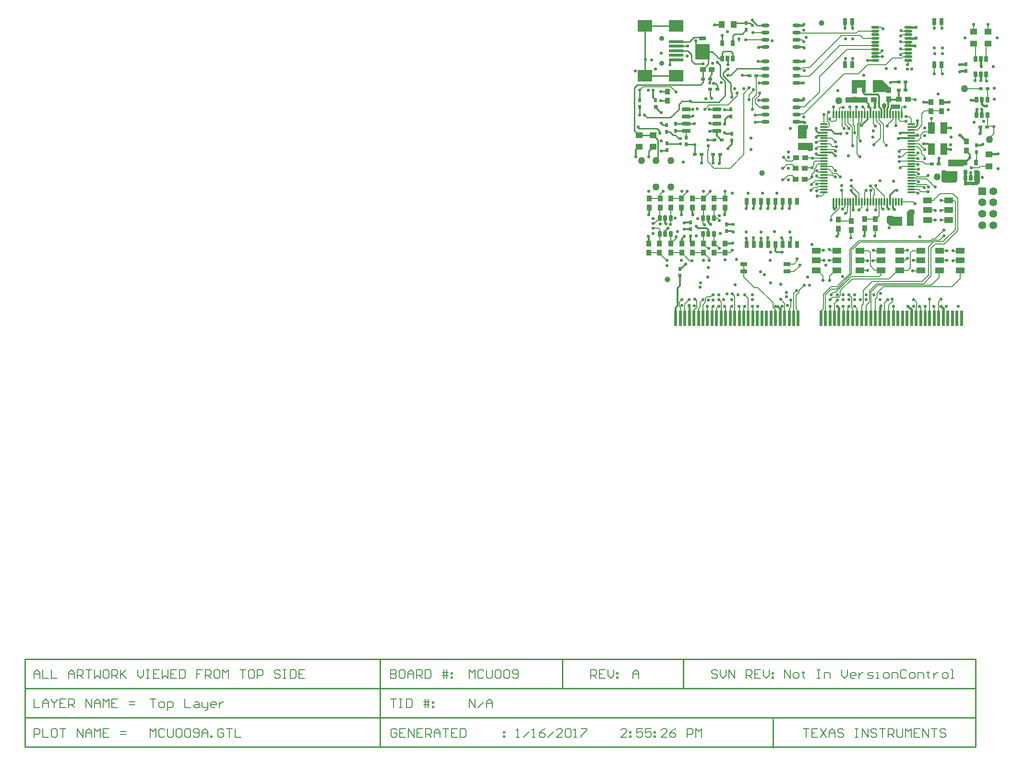
<source format=gtl>
G04 Layer_Physical_Order=1*
G04 Layer_Color=16776960*
%FSAX25Y25*%
%MOIN*%
G70*
G01*
G75*
%ADD10R,0.04724X0.07874*%
%ADD11R,0.09843X0.01969*%
%ADD12R,0.09843X0.07874*%
%ADD13R,0.04724X0.04331*%
%ADD14R,0.06299X0.03937*%
%ADD15R,0.06299X0.03937*%
%ADD16R,0.02992X0.05000*%
%ADD17R,0.05000X0.02992*%
G04:AMPARAMS|DCode=18|XSize=23.62mil|YSize=57.09mil|CornerRadius=2.01mil|HoleSize=0mil|Usage=FLASHONLY|Rotation=90.000|XOffset=0mil|YOffset=0mil|HoleType=Round|Shape=RoundedRectangle|*
%AMROUNDEDRECTD18*
21,1,0.02362,0.05307,0,0,90.0*
21,1,0.01961,0.05709,0,0,90.0*
1,1,0.00402,0.02654,0.00980*
1,1,0.00402,0.02654,-0.00980*
1,1,0.00402,-0.02654,-0.00980*
1,1,0.00402,-0.02654,0.00980*
%
%ADD18ROUNDEDRECTD18*%
%ADD19O,0.01181X0.05709*%
%ADD20O,0.05709X0.01181*%
%ADD21O,0.05512X0.01772*%
%ADD22R,0.10000X0.10500*%
%ADD23R,0.05000X0.03000*%
%ADD24C,0.03937*%
G04:AMPARAMS|DCode=25|XSize=23.62mil|YSize=39.37mil|CornerRadius=2.01mil|HoleSize=0mil|Usage=FLASHONLY|Rotation=0.000|XOffset=0mil|YOffset=0mil|HoleType=Round|Shape=RoundedRectangle|*
%AMROUNDEDRECTD25*
21,1,0.02362,0.03535,0,0,0.0*
21,1,0.01961,0.03937,0,0,0.0*
1,1,0.00402,0.00980,-0.01768*
1,1,0.00402,-0.00980,-0.01768*
1,1,0.00402,-0.00980,0.01768*
1,1,0.00402,0.00980,0.01768*
%
%ADD25ROUNDEDRECTD25*%
%ADD26O,0.05709X0.02362*%
%ADD27R,0.02165X0.11024*%
%ADD28R,0.03150X0.08661*%
%ADD29R,0.03150X0.02362*%
%ADD30R,0.03740X0.03937*%
%ADD31R,0.02362X0.03150*%
%ADD32R,0.03937X0.03740*%
%ADD33R,0.04331X0.04724*%
%ADD34R,0.05000X0.06300*%
%ADD35R,0.06300X0.05000*%
%ADD36C,0.01500*%
%ADD37C,0.00600*%
%ADD38C,0.01200*%
%ADD39C,0.01000*%
%ADD40C,0.00800*%
%ADD41C,0.03543*%
%ADD42C,0.05000*%
%ADD43C,0.05512*%
%ADD44R,0.05512X0.05512*%
%ADD45C,0.02200*%
G36*
X0679090Y0441060D02*
X0679690Y0440560D01*
X0687490D01*
Y0433760D01*
X0686190Y0432460D01*
X0677790D01*
X0676690Y0433560D01*
Y0440360D01*
X0677390Y0441060D01*
X0679090Y0441060D01*
D02*
G37*
G36*
X0694190Y0448260D02*
Y0444760D01*
X0692290D01*
X0691290Y0443760D01*
X0681390D01*
X0681290Y0443860D01*
Y0448360D01*
X0681390Y0448460D01*
X0693990D01*
X0694190Y0448260D01*
D02*
G37*
G36*
X0587290Y0459560D02*
X0587190Y0455260D01*
X0586490Y0454660D01*
X0584490Y0454660D01*
X0583890Y0455260D01*
X0576790D01*
Y0460060D01*
X0586790D01*
X0587290Y0459560D01*
D02*
G37*
G36*
X0643190Y0408760D02*
X0649290D01*
Y0402660D01*
X0649190Y0402560D01*
X0640990D01*
X0638690Y0404460D01*
Y0408760D01*
X0639490Y0409560D01*
X0642390D01*
X0643190Y0408760D01*
D02*
G37*
G36*
X0657890Y0413060D02*
Y0411060D01*
X0657290Y0410460D01*
Y0402560D01*
X0652490D01*
Y0412060D01*
X0654190Y0413760D01*
X0657190D01*
X0657890Y0413060D01*
D02*
G37*
G36*
X0694590Y0441160D02*
Y0438760D01*
X0694190Y0438360D01*
Y0433360D01*
X0694390Y0433160D01*
X0699390D01*
X0699590Y0433360D01*
Y0438360D01*
X0699190Y0438760D01*
Y0440960D01*
X0699590Y0441360D01*
X0702090D01*
X0702390Y0441060D01*
X0703090Y0440360D01*
X0703090Y0433860D01*
Y0432460D01*
X0701490Y0430860D01*
X0696290Y0430860D01*
X0692090D01*
X0692090Y0438360D01*
X0691890Y0438560D01*
Y0441160D01*
X0692290Y0441560D01*
X0694190D01*
X0694590Y0441160D01*
D02*
G37*
G36*
X0625190Y0491960D02*
X0625190Y0491860D01*
X0625190Y0488260D01*
X0610290Y0488260D01*
X0609890Y0488660D01*
Y0491660D01*
X0610190Y0491960D01*
X0625190Y0491960D01*
D02*
G37*
G36*
X0640590Y0498760D02*
X0641590D01*
Y0494860D01*
X0638090D01*
Y0495460D01*
X0628790D01*
Y0503860D01*
X0635490Y0503860D01*
X0640590Y0498760D01*
D02*
G37*
G36*
X0623990Y0498460D02*
X0620990D01*
X0620790Y0498660D01*
X0617990D01*
Y0494660D01*
X0614390D01*
Y0503560D01*
X0614690Y0503860D01*
X0623990D01*
Y0498460D01*
D02*
G37*
G36*
X0583790Y0472460D02*
Y0470460D01*
X0582990Y0469660D01*
Y0463260D01*
X0576790D01*
Y0471860D01*
X0577590Y0472660D01*
X0583590D01*
X0583790Y0472460D01*
D02*
G37*
G36*
X0647390Y0486960D02*
X0647890Y0486460D01*
Y0484560D01*
X0647190Y0483860D01*
X0641990D01*
X0641390Y0483260D01*
X0641490Y0483160D01*
Y0477760D01*
X0640390D01*
Y0482460D01*
X0640490Y0482560D01*
Y0483760D01*
X0641290Y0484560D01*
Y0486460D01*
X0641790Y0486960D01*
X0647390Y0486960D01*
D02*
G37*
G36*
X0638190Y0487160D02*
X0638190Y0485160D01*
X0637590Y0484260D01*
X0637590Y0477960D01*
X0636390D01*
Y0484060D01*
X0635090Y0485360D01*
Y0486760D01*
X0636090Y0487760D01*
X0637590D01*
X0638190Y0487160D01*
D02*
G37*
G54D10*
X0678203Y0455943D02*
D03*
X0669542D02*
D03*
X0678203Y0470510D02*
D03*
X0669542D02*
D03*
G54D11*
X0492376Y0530546D02*
D03*
Y0527396D02*
D03*
Y0524247D02*
D03*
Y0521097D02*
D03*
Y0517947D02*
D03*
G54D12*
Y0541569D02*
D03*
Y0506924D02*
D03*
X0470723Y0541569D02*
D03*
Y0506924D02*
D03*
G54D13*
X0708981Y0529113D02*
D03*
Y0537380D02*
D03*
X0709700Y0452034D02*
D03*
Y0443766D02*
D03*
X0476089Y0457390D02*
D03*
Y0465658D02*
D03*
X0699012Y0529113D02*
D03*
Y0537380D02*
D03*
X0466410Y0457373D02*
D03*
Y0465640D02*
D03*
G54D14*
X0681484Y0406510D02*
D03*
Y0413400D02*
D03*
Y0420290D02*
D03*
X0666917D02*
D03*
Y0413400D02*
D03*
Y0406510D02*
D03*
X0675106Y0385290D02*
D03*
Y0378400D02*
D03*
Y0371510D02*
D03*
X0689674D02*
D03*
Y0378400D02*
D03*
Y0385290D02*
D03*
G54D15*
X0619916D02*
D03*
Y0378400D02*
D03*
Y0371510D02*
D03*
X0634483D02*
D03*
Y0378400D02*
D03*
Y0385290D02*
D03*
X0589417D02*
D03*
Y0378400D02*
D03*
Y0371510D02*
D03*
X0603983D02*
D03*
Y0378400D02*
D03*
Y0385290D02*
D03*
X0662174Y0371510D02*
D03*
Y0378400D02*
D03*
Y0385290D02*
D03*
X0647607D02*
D03*
Y0378400D02*
D03*
Y0371510D02*
D03*
G54D16*
X0541200Y0389400D02*
D03*
X0546200D02*
D03*
X0551200D02*
D03*
X0556200D02*
D03*
X0561200D02*
D03*
X0566200D02*
D03*
X0571200D02*
D03*
X0576200D02*
D03*
Y0419400D02*
D03*
X0571200D02*
D03*
X0566200D02*
D03*
X0561200D02*
D03*
X0556200D02*
D03*
X0551200D02*
D03*
X0546200D02*
D03*
X0541200D02*
D03*
X0609700Y0544400D02*
D03*
X0614700D02*
D03*
Y0514400D02*
D03*
X0609700D02*
D03*
X0676700Y0544400D02*
D03*
X0671700D02*
D03*
Y0514400D02*
D03*
X0676700D02*
D03*
G54D17*
X0539200Y0375900D02*
D03*
Y0370900D02*
D03*
X0569200D02*
D03*
Y0375900D02*
D03*
G54D18*
X0499181Y0483644D02*
D03*
Y0478644D02*
D03*
Y0473644D02*
D03*
Y0468644D02*
D03*
X0520638Y0483644D02*
D03*
Y0478644D02*
D03*
Y0473644D02*
D03*
Y0468644D02*
D03*
G54D19*
X0601578Y0480030D02*
D03*
X0603546D02*
D03*
X0605515D02*
D03*
X0607483D02*
D03*
X0609452D02*
D03*
X0611420D02*
D03*
X0613389D02*
D03*
X0615357D02*
D03*
X0617326D02*
D03*
X0619295D02*
D03*
X0621263D02*
D03*
X0623232D02*
D03*
X0625200D02*
D03*
X0627169D02*
D03*
X0629137D02*
D03*
X0631106D02*
D03*
X0633074D02*
D03*
X0635042D02*
D03*
X0637011D02*
D03*
X0638979D02*
D03*
X0640948D02*
D03*
X0642916D02*
D03*
X0644885D02*
D03*
X0646853D02*
D03*
X0648822D02*
D03*
Y0419203D02*
D03*
X0646853D02*
D03*
X0644885D02*
D03*
X0642916D02*
D03*
X0640948D02*
D03*
X0638979D02*
D03*
X0637011D02*
D03*
X0635042D02*
D03*
X0633074D02*
D03*
X0631106D02*
D03*
X0629137D02*
D03*
X0627169D02*
D03*
X0625200D02*
D03*
X0623232D02*
D03*
X0621263D02*
D03*
X0619295D02*
D03*
X0617326D02*
D03*
X0615357D02*
D03*
X0613389D02*
D03*
X0611420D02*
D03*
X0609452D02*
D03*
X0607483D02*
D03*
X0605515D02*
D03*
X0603546D02*
D03*
X0601578D02*
D03*
G54D20*
X0655613Y0473238D02*
D03*
Y0471270D02*
D03*
Y0469301D02*
D03*
Y0467333D02*
D03*
Y0465364D02*
D03*
Y0463396D02*
D03*
Y0461427D02*
D03*
Y0459459D02*
D03*
Y0457490D02*
D03*
Y0455522D02*
D03*
Y0453553D02*
D03*
Y0451585D02*
D03*
Y0449616D02*
D03*
Y0447648D02*
D03*
Y0445679D02*
D03*
Y0443711D02*
D03*
Y0441742D02*
D03*
Y0439774D02*
D03*
Y0437805D02*
D03*
Y0435837D02*
D03*
Y0433868D02*
D03*
Y0431900D02*
D03*
Y0429931D02*
D03*
Y0427963D02*
D03*
Y0425994D02*
D03*
X0594787D02*
D03*
Y0427963D02*
D03*
Y0429931D02*
D03*
Y0431900D02*
D03*
Y0433868D02*
D03*
Y0435837D02*
D03*
Y0437805D02*
D03*
Y0439774D02*
D03*
Y0441742D02*
D03*
Y0443711D02*
D03*
Y0445679D02*
D03*
Y0447648D02*
D03*
Y0449616D02*
D03*
Y0451585D02*
D03*
Y0453553D02*
D03*
Y0455522D02*
D03*
Y0457490D02*
D03*
Y0459459D02*
D03*
Y0461427D02*
D03*
Y0463396D02*
D03*
Y0465364D02*
D03*
Y0467333D02*
D03*
Y0469301D02*
D03*
Y0471270D02*
D03*
Y0473238D02*
D03*
G54D21*
X0630395Y0540560D02*
D03*
Y0538001D02*
D03*
Y0535442D02*
D03*
Y0532883D02*
D03*
Y0530324D02*
D03*
Y0527765D02*
D03*
Y0525206D02*
D03*
Y0522647D02*
D03*
Y0520087D02*
D03*
Y0517528D02*
D03*
X0653624Y0540560D02*
D03*
Y0538001D02*
D03*
Y0535442D02*
D03*
Y0532883D02*
D03*
Y0530324D02*
D03*
Y0527765D02*
D03*
Y0525206D02*
D03*
Y0522647D02*
D03*
Y0520087D02*
D03*
Y0517528D02*
D03*
G54D22*
X0510410Y0523544D02*
D03*
G54D23*
Y0532744D02*
D03*
G54D24*
X0593200Y0543400D02*
D03*
X0486190Y0365360D02*
D03*
X0551890Y0439160D02*
D03*
G54D25*
X0708440Y0479487D02*
D03*
X0704700D02*
D03*
X0700960D02*
D03*
Y0490313D02*
D03*
X0704700D02*
D03*
X0708440D02*
D03*
X0510960Y0396987D02*
D03*
X0514700D02*
D03*
X0518440D02*
D03*
Y0407813D02*
D03*
X0514700D02*
D03*
X0510960D02*
D03*
X0693150Y0435747D02*
D03*
X0696890D02*
D03*
X0700630D02*
D03*
Y0446573D02*
D03*
X0693150D02*
D03*
X0524169Y0518731D02*
D03*
X0527910D02*
D03*
X0531650D02*
D03*
Y0529558D02*
D03*
X0524169D02*
D03*
X0700240Y0507833D02*
D03*
X0703981D02*
D03*
X0707721D02*
D03*
Y0518660D02*
D03*
X0703981D02*
D03*
X0700240D02*
D03*
X0480960Y0396987D02*
D03*
X0484700D02*
D03*
X0488440D02*
D03*
Y0407813D02*
D03*
X0484700D02*
D03*
X0480960D02*
D03*
G54D26*
X0554284Y0489747D02*
D03*
Y0484747D02*
D03*
Y0479747D02*
D03*
Y0474747D02*
D03*
X0575740Y0489747D02*
D03*
Y0484747D02*
D03*
Y0479747D02*
D03*
Y0474747D02*
D03*
Y0526747D02*
D03*
Y0531747D02*
D03*
Y0536747D02*
D03*
Y0541747D02*
D03*
X0554284Y0526747D02*
D03*
Y0531747D02*
D03*
Y0536747D02*
D03*
Y0541747D02*
D03*
X0575740Y0501747D02*
D03*
Y0506747D02*
D03*
Y0511747D02*
D03*
Y0516747D02*
D03*
X0554284Y0501747D02*
D03*
Y0506747D02*
D03*
Y0511747D02*
D03*
Y0516747D02*
D03*
G54D27*
X0690421Y0338093D02*
D03*
X0687272D02*
D03*
X0684122D02*
D03*
X0680973D02*
D03*
X0677823D02*
D03*
X0674673D02*
D03*
X0671524D02*
D03*
X0668374D02*
D03*
X0665225D02*
D03*
X0662075D02*
D03*
X0658925D02*
D03*
X0655776D02*
D03*
X0652626D02*
D03*
X0649476D02*
D03*
X0646327D02*
D03*
X0643177D02*
D03*
X0640028D02*
D03*
X0636878D02*
D03*
X0633729D02*
D03*
X0630579D02*
D03*
X0627429D02*
D03*
X0624280D02*
D03*
X0621130D02*
D03*
X0617980D02*
D03*
X0614831D02*
D03*
X0611681D02*
D03*
X0608532D02*
D03*
X0605382D02*
D03*
X0602232D02*
D03*
X0599083D02*
D03*
X0595933D02*
D03*
X0592784D02*
D03*
X0577036D02*
D03*
X0573886D02*
D03*
X0570736D02*
D03*
X0567587D02*
D03*
X0564437D02*
D03*
X0561287D02*
D03*
X0558138D02*
D03*
X0554988D02*
D03*
X0551839D02*
D03*
X0548689D02*
D03*
X0545540D02*
D03*
X0542390D02*
D03*
X0539240D02*
D03*
X0536091D02*
D03*
X0532941D02*
D03*
X0529791D02*
D03*
X0526642D02*
D03*
X0523492D02*
D03*
X0520343D02*
D03*
X0517193D02*
D03*
X0514043D02*
D03*
X0510894D02*
D03*
X0507744D02*
D03*
X0504595D02*
D03*
X0501445D02*
D03*
X0498295D02*
D03*
X0495146D02*
D03*
X0491996D02*
D03*
G54D28*
X0630327Y0499660D02*
D03*
X0622453D02*
D03*
G54D29*
X0651562Y0502400D02*
D03*
X0646838D02*
D03*
X0515772Y0504644D02*
D03*
X0511047D02*
D03*
X0520772Y0497644D02*
D03*
X0516047D02*
D03*
X0523752Y0462160D02*
D03*
X0519028D02*
D03*
X0509788Y0452294D02*
D03*
X0505063D02*
D03*
X0703528Y0471160D02*
D03*
X0708252D02*
D03*
X0547851Y0506724D02*
D03*
X0543127D02*
D03*
X0518047Y0452144D02*
D03*
X0522772D02*
D03*
X0669838Y0445400D02*
D03*
X0674562D02*
D03*
X0708562Y0497900D02*
D03*
X0703838D02*
D03*
X0651562Y0496900D02*
D03*
X0646838D02*
D03*
G54D30*
X0473200Y0383750D02*
D03*
Y0390050D02*
D03*
X0496200Y0383750D02*
D03*
Y0390050D02*
D03*
X0495890Y0421660D02*
D03*
Y0415361D02*
D03*
X0473700Y0421550D02*
D03*
Y0415250D02*
D03*
X0503700Y0383750D02*
D03*
Y0390050D02*
D03*
X0526200Y0383750D02*
D03*
Y0390050D02*
D03*
Y0421550D02*
D03*
Y0415250D02*
D03*
X0503700Y0421550D02*
D03*
Y0415250D02*
D03*
X0480700Y0390050D02*
D03*
Y0383750D02*
D03*
X0488700Y0390050D02*
D03*
Y0383750D02*
D03*
Y0415250D02*
D03*
Y0421550D02*
D03*
X0481200Y0415250D02*
D03*
Y0421550D02*
D03*
X0511200Y0390050D02*
D03*
Y0383750D02*
D03*
X0518700Y0390050D02*
D03*
Y0383750D02*
D03*
X0518700Y0415250D02*
D03*
Y0421550D02*
D03*
X0511200Y0415250D02*
D03*
Y0421550D02*
D03*
X0630700Y0407050D02*
D03*
Y0400750D02*
D03*
X0486390Y0489510D02*
D03*
Y0495810D02*
D03*
X0693890Y0455010D02*
D03*
Y0461310D02*
D03*
X0623200Y0407050D02*
D03*
Y0400750D02*
D03*
X0604890Y0406810D02*
D03*
Y0400510D02*
D03*
X0613890Y0405810D02*
D03*
Y0399510D02*
D03*
X0669200Y0488550D02*
D03*
Y0482250D02*
D03*
X0676700Y0488550D02*
D03*
Y0482250D02*
D03*
X0616200Y0496550D02*
D03*
Y0490250D02*
D03*
X0639890Y0490510D02*
D03*
Y0496810D02*
D03*
G54D31*
X0502390Y0405022D02*
D03*
Y0400298D02*
D03*
X0527390Y0403522D02*
D03*
Y0398798D02*
D03*
X0494890Y0372522D02*
D03*
Y0367798D02*
D03*
X0540910Y0543506D02*
D03*
Y0538782D02*
D03*
X0485890Y0455298D02*
D03*
Y0460022D02*
D03*
X0693700Y0514762D02*
D03*
Y0510038D02*
D03*
X0530260Y0478672D02*
D03*
Y0483396D02*
D03*
X0485410Y0467782D02*
D03*
Y0472506D02*
D03*
X0530910Y0466506D02*
D03*
Y0461782D02*
D03*
X0466910Y0485282D02*
D03*
Y0490006D02*
D03*
X0700890Y0458522D02*
D03*
Y0453798D02*
D03*
X0499390Y0459298D02*
D03*
Y0464022D02*
D03*
X0491889Y0468662D02*
D03*
Y0473386D02*
D03*
X0477890Y0485298D02*
D03*
Y0490022D02*
D03*
G54D32*
X0581650Y0442400D02*
D03*
X0575350D02*
D03*
X0581750Y0449900D02*
D03*
X0575450D02*
D03*
X0517059Y0511144D02*
D03*
X0510760D02*
D03*
X0581650Y0434900D02*
D03*
X0575350D02*
D03*
X0653350Y0490400D02*
D03*
X0647050D02*
D03*
X0629540Y0490160D02*
D03*
X0623240D02*
D03*
G54D33*
X0532082Y0542516D02*
D03*
X0523814D02*
D03*
G54D34*
X0654890Y0405660D02*
D03*
X0646890D02*
D03*
G54D35*
X0579890Y0465560D02*
D03*
Y0457560D02*
D03*
X0684390Y0446160D02*
D03*
Y0438160D02*
D03*
G54D36*
X0689890Y0465310D02*
Y0465660D01*
X0633729Y0345798D02*
X0634690Y0346760D01*
X0700990Y0483460D02*
X0701090D01*
X0681980Y0488550D02*
X0681990Y0488560D01*
X0681890Y0488550D02*
X0681980D01*
X0646290Y0485660D02*
X0646390Y0485560D01*
X0678290Y0433760D02*
Y0436760D01*
Y0433760D02*
X0678390Y0433660D01*
Y0433560D02*
Y0433660D01*
X0682890Y0438160D01*
X0643390Y0485660D02*
X0646290D01*
X0646390Y0485560D02*
Y0485660D01*
X0665000Y0488550D02*
X0669200D01*
X0579977Y0541747D02*
X0580890Y0542660D01*
X0575740Y0541747D02*
X0579977D01*
X0674562Y0445400D02*
Y0449332D01*
X0674890Y0449660D01*
X0689890Y0465310D02*
X0693890Y0461310D01*
X0710326Y0452660D02*
X0715890D01*
X0709700Y0452034D02*
X0710326Y0452660D01*
X0689390Y0509660D02*
X0689768Y0510038D01*
X0693700D01*
X0689390Y0514660D02*
X0689492Y0514762D01*
X0693700D01*
X0703981Y0503751D02*
Y0507833D01*
X0703890Y0503660D02*
X0703981Y0503751D01*
X0682890Y0438160D02*
X0684390D01*
X0563640Y0345728D02*
X0564437Y0344931D01*
Y0338093D02*
Y0344931D01*
X0563640Y0345728D02*
Y0345910D01*
X0630350Y0485720D02*
Y0488900D01*
X0575740Y0474747D02*
X0581003D01*
X0676390Y0346660D02*
X0677823Y0345227D01*
Y0338093D02*
Y0345227D01*
X0655776Y0338093D02*
Y0344274D01*
X0653390Y0346660D02*
X0655776Y0344274D01*
X0605382Y0338093D02*
Y0345668D01*
X0561390Y0346660D02*
X0562890D01*
X0653624Y0527765D02*
X0658285D01*
X0580577Y0501747D02*
X0580690Y0501860D01*
X0575740Y0501747D02*
X0580577D01*
X0575740Y0489747D02*
X0579977D01*
X0604390Y0346660D02*
X0605382Y0345668D01*
X0562890Y0346660D02*
X0563640Y0345910D01*
X0633729Y0338093D02*
Y0345798D01*
X0658790Y0540560D02*
X0658890Y0540660D01*
X0653624Y0540560D02*
X0658790D01*
X0658813Y0532883D02*
X0658990Y0533060D01*
X0653624Y0532883D02*
X0658813D01*
X0703338Y0466712D02*
X0703390Y0466660D01*
X0703528Y0466798D02*
Y0471160D01*
X0703390Y0466660D02*
X0703528Y0466798D01*
X0581003Y0474747D02*
X0581190Y0474560D01*
X0700960Y0479487D02*
Y0483430D01*
X0700990Y0483460D01*
X0580777Y0516747D02*
X0581190Y0517160D01*
X0575740Y0516747D02*
X0580777D01*
X0681790Y0488760D02*
X0681890Y0488660D01*
X0676700Y0488550D02*
X0681790D01*
X0704700Y0487250D02*
Y0490313D01*
X0706090Y0485860D02*
X0707890D01*
X0704700Y0487250D02*
X0706090Y0485860D01*
X0704590Y0483460D02*
X0704700Y0483350D01*
Y0479487D02*
Y0483350D01*
X0697190Y0489960D02*
X0700890D01*
X0700960Y0490030D01*
X0701090Y0490160D01*
X0700960Y0490030D02*
Y0490313D01*
X0703981Y0513469D02*
Y0518660D01*
Y0513469D02*
X0704090Y0513360D01*
X0579977Y0489747D02*
X0580890Y0490660D01*
Y0490760D01*
G54D37*
X0629137Y0473413D02*
X0630640Y0471910D01*
X0669390Y0445660D02*
X0669890Y0445160D01*
X0494590Y0349660D02*
X0496190Y0351260D01*
X0617590Y0485160D02*
Y0485460D01*
X0617326Y0485196D02*
X0617590Y0485460D01*
X0649254Y0485160D02*
X0651390D01*
X0648822Y0484728D02*
X0649254Y0485160D01*
X0648822Y0480030D02*
Y0484728D01*
X0692890Y0498160D02*
X0693150Y0497900D01*
X0662390Y0463660D02*
Y0465960D01*
X0660157Y0461427D02*
X0662390Y0463660D01*
Y0465960D02*
X0664290Y0467860D01*
X0668390D01*
X0676790Y0539760D02*
X0676990Y0539960D01*
X0676700Y0539850D02*
Y0544400D01*
X0669542Y0477012D02*
X0669590Y0477060D01*
X0669542Y0470510D02*
Y0477012D01*
X0664890Y0482660D02*
X0676390D01*
X0662890Y0472620D02*
Y0480660D01*
X0661590Y0471320D02*
X0662890Y0472620D01*
X0661590Y0470860D02*
Y0471320D01*
X0660031Y0469301D02*
X0661590Y0470860D01*
X0671700Y0539850D02*
Y0540070D01*
X0671590Y0539960D02*
X0671690Y0540060D01*
X0655390Y0435860D02*
X0655613D01*
X0662890Y0480660D02*
X0664890Y0482660D01*
X0664990Y0455460D02*
X0665390Y0455060D01*
X0660991Y0459459D02*
X0664990Y0455460D01*
X0708130Y0471900D02*
X0712650D01*
X0708890Y0462660D02*
X0712890Y0466660D01*
X0684650Y0378400D02*
X0689674D01*
X0609452Y0473298D02*
X0612290Y0470460D01*
X0629490Y0458760D02*
X0634390Y0463660D01*
X0619190Y0462660D02*
X0620290Y0461560D01*
X0573886Y0355656D02*
X0575890Y0357660D01*
X0613700Y0394570D02*
Y0400750D01*
X0644790Y0472160D02*
X0644885Y0472255D01*
Y0480030D01*
X0638990Y0471760D02*
Y0472660D01*
Y0471660D02*
Y0471760D01*
X0642916Y0476586D02*
Y0480030D01*
X0638990Y0472660D02*
X0642916Y0476586D01*
X0651990Y0475360D02*
X0652190D01*
X0647890D02*
X0651990D01*
X0646853Y0476397D02*
Y0480030D01*
Y0476397D02*
X0647890Y0475360D01*
X0659556Y0425994D02*
X0660390Y0425160D01*
X0666390Y0435060D02*
X0671690Y0429760D01*
X0659590Y0436560D02*
X0666190D01*
X0655613Y0429931D02*
X0663719D01*
X0664590Y0429060D01*
X0655613Y0431900D02*
X0658790D01*
X0659530Y0431160D01*
X0660587Y0427963D02*
X0662290Y0426260D01*
X0655613Y0427963D02*
X0660587D01*
X0505290Y0351860D02*
X0506690Y0350460D01*
X0508990Y0349160D02*
X0511090Y0351260D01*
X0492290Y0393840D02*
Y0394860D01*
Y0393840D02*
X0492390Y0393740D01*
X0488700Y0407670D02*
Y0415250D01*
X0578090Y0374660D02*
Y0375160D01*
X0574330Y0370900D02*
X0578090Y0374660D01*
X0569200Y0370900D02*
X0574330D01*
X0576390Y0378160D02*
Y0379660D01*
X0574130Y0375900D02*
X0576390Y0378160D01*
X0514390Y0386860D02*
X0514990D01*
X0511200Y0390050D02*
X0514390Y0386860D01*
X0519000Y0390050D02*
X0522090Y0386960D01*
X0522290D02*
Y0387160D01*
X0518700Y0390050D02*
X0519000D01*
X0488700Y0390050D02*
X0492390Y0393740D01*
X0515090Y0378560D02*
Y0379860D01*
Y0378360D02*
Y0378560D01*
X0511200Y0383750D02*
X0515090Y0379860D01*
X0496200Y0383750D02*
X0499990Y0379960D01*
X0499990Y0379960D02*
X0501590Y0378360D01*
X0503390D01*
X0480700Y0383650D02*
X0485690Y0378660D01*
X0480960Y0391170D02*
Y0396987D01*
X0480700Y0390050D02*
X0481390Y0390740D01*
X0510890Y0404260D02*
Y0407660D01*
X0488440Y0403710D02*
Y0407813D01*
X0488390Y0403660D02*
X0488440Y0403710D01*
X0526300Y0421550D02*
Y0426570D01*
X0526390Y0426660D01*
X0515890Y0426240D02*
Y0426660D01*
Y0427160D01*
X0511200Y0421550D02*
X0515890Y0426240D01*
X0495890Y0421660D02*
Y0422160D01*
X0499026Y0468524D02*
X0499164Y0468662D01*
X0499026Y0468524D02*
X0499044Y0468506D01*
X0499390Y0468160D01*
X0498608Y0468106D02*
X0499026Y0468524D01*
X0481200Y0424470D02*
X0483390Y0426660D01*
X0481200Y0421550D02*
Y0424470D01*
X0498890Y0468660D02*
X0499026Y0468524D01*
X0499390Y0464022D02*
Y0468160D01*
X0512090Y0483360D02*
X0515354Y0486624D01*
X0547874Y0498621D02*
Y0506747D01*
X0545121Y0483427D02*
Y0490898D01*
X0542863Y0493565D02*
X0546190Y0496892D01*
X0515354Y0486624D02*
X0528229D01*
X0514590Y0455815D02*
Y0458260D01*
Y0455815D02*
X0514933Y0455472D01*
X0514183Y0447054D02*
X0518577Y0442660D01*
X0514183Y0454722D02*
X0514933Y0455472D01*
X0518577Y0442660D02*
X0529843D01*
X0514183Y0447054D02*
Y0454722D01*
X0652890Y0514660D02*
X0653624Y0515394D01*
Y0517528D01*
X0648890Y0519160D02*
X0649817Y0520087D01*
X0642469Y0519160D02*
X0648890D01*
X0641969Y0518660D02*
X0642469Y0519160D01*
X0622167Y0532883D02*
X0630395D01*
X0566390Y0434560D02*
X0566790D01*
X0569790Y0437560D01*
X0566390Y0442660D02*
X0566890D01*
X0569290Y0445060D01*
X0586890Y0449660D02*
X0586934Y0449616D01*
X0623232Y0419203D02*
Y0425902D01*
X0627447Y0427160D02*
X0627590D01*
X0627169Y0426882D02*
X0627447Y0427160D01*
X0629137Y0419203D02*
Y0423307D01*
X0629890Y0424060D01*
X0597090Y0475314D02*
Y0480060D01*
Y0475314D02*
X0598590Y0473814D01*
X0597090Y0480060D02*
X0598490Y0481460D01*
X0598890Y0475860D02*
X0599490Y0475260D01*
X0602690D01*
X0699890Y0503660D02*
X0700240Y0504010D01*
Y0507833D01*
X0613890Y0430160D02*
X0619295Y0424755D01*
Y0419203D02*
Y0424755D01*
X0607483Y0419203D02*
Y0427067D01*
X0607390Y0427160D02*
X0607483Y0427067D01*
X0630700Y0395970D02*
Y0400750D01*
X0630390Y0395660D02*
X0630700Y0395970D01*
X0612890Y0385786D02*
X0619265Y0392160D01*
X0672190Y0393460D02*
X0678390Y0399660D01*
X0670562Y0393460D02*
X0672190D01*
X0675190Y0392460D02*
X0678390Y0395660D01*
X0670976Y0392460D02*
X0675190D01*
X0616603Y0387958D02*
X0619804Y0391160D01*
X0605515Y0414739D02*
Y0419203D01*
X0599890Y0406660D02*
Y0409114D01*
X0605515Y0414739D01*
X0606240Y0405810D02*
X0613890D01*
X0611390Y0415799D02*
X0611420Y0415830D01*
X0611390Y0411960D02*
Y0415799D01*
X0610590Y0411160D02*
X0611390Y0411960D01*
X0609890Y0411160D02*
X0610590D01*
X0609452Y0415722D02*
Y0419203D01*
X0607890Y0414160D02*
X0609452Y0415722D01*
X0594290Y0365060D02*
Y0367660D01*
X0598890D02*
X0602740Y0371510D01*
X0598890Y0364660D02*
Y0367660D01*
X0603890Y0360160D02*
X0612890Y0369160D01*
X0603804Y0358660D02*
X0613890Y0368746D01*
X0602990Y0356260D02*
X0613890Y0367160D01*
X0606390Y0357560D02*
X0614490Y0365660D01*
X0612890Y0369160D02*
Y0385786D01*
X0613890Y0368746D02*
Y0385371D01*
X0599976Y0360160D02*
X0603890D01*
X0599890Y0358660D02*
X0603804D01*
X0601390Y0356260D02*
X0602990D01*
X0594590Y0354774D02*
X0599976Y0360160D01*
X0595890Y0354660D02*
X0599890Y0358660D01*
X0684540Y0385010D02*
X0689483D01*
X0689674Y0371444D02*
X0689890Y0371660D01*
X0634483D02*
X0634890D01*
X0629260Y0385290D02*
X0634483D01*
X0619916Y0371510D02*
X0625240D01*
X0674890Y0366660D02*
Y0371660D01*
X0653350Y0490400D02*
X0658150D01*
X0658390Y0490160D01*
X0707890Y0471660D02*
X0708130Y0471900D01*
X0708440Y0472210D01*
X0708062Y0471900D02*
X0708130D01*
X0712650D02*
X0712890Y0471660D01*
X0708440Y0472210D02*
Y0479487D01*
X0712890Y0466660D02*
Y0471660D01*
X0708981Y0537380D02*
Y0542569D01*
X0708890Y0542660D02*
X0708981Y0542569D01*
X0671700Y0508370D02*
Y0514400D01*
X0671690Y0508360D02*
X0671700Y0508370D01*
X0699012Y0537380D02*
Y0542638D01*
X0698990Y0542660D02*
X0699012Y0542638D01*
X0676700Y0539850D02*
X0676790Y0539760D01*
X0598590Y0471760D02*
Y0473814D01*
X0598100Y0471270D02*
X0598590Y0471760D01*
X0594787Y0471270D02*
X0598100D01*
X0594787Y0473238D02*
Y0479757D01*
X0506690Y0346014D02*
Y0350460D01*
X0504595Y0343919D02*
X0506690Y0346014D01*
X0504595Y0338093D02*
Y0343919D01*
X0507744Y0338093D02*
Y0344814D01*
X0508990Y0346060D02*
Y0349160D01*
X0507744Y0344814D02*
X0508990Y0346060D01*
X0501390Y0351160D02*
X0501490Y0351260D01*
X0498295Y0348065D02*
X0501390Y0351160D01*
X0498295Y0338093D02*
Y0348065D01*
X0660490Y0438460D02*
Y0438514D01*
X0659231Y0439774D02*
X0660490Y0438514D01*
X0617890Y0452460D02*
X0619690Y0450660D01*
X0480700Y0383650D02*
Y0383750D01*
X0660060Y0457490D02*
X0662590Y0454960D01*
Y0452914D02*
X0664890Y0450614D01*
Y0449060D02*
Y0450614D01*
X0662590Y0452914D02*
Y0454960D01*
X0663690Y0447360D02*
X0665390Y0445660D01*
X0655901Y0447360D02*
X0663690D01*
X0655613Y0447648D02*
X0655901Y0447360D01*
X0655613Y0457490D02*
X0660060D01*
X0655613Y0461427D02*
X0660157D01*
X0665390Y0445660D02*
X0669390D01*
X0655613Y0435837D02*
X0658713D01*
X0655613Y0439774D02*
X0659231D01*
X0655613Y0425994D02*
X0659556D01*
X0693150Y0497900D02*
X0703838D01*
X0685390Y0420160D02*
X0686390Y0419160D01*
Y0400206D02*
Y0419160D01*
X0686090Y0399906D02*
X0686390Y0400206D01*
X0675490Y0424760D02*
X0684890D01*
Y0424660D02*
X0687890Y0421660D01*
Y0399160D02*
Y0421660D01*
X0678690Y0389960D02*
X0687890Y0399160D01*
X0672390Y0389960D02*
X0678690D01*
X0681484Y0420290D02*
X0685390D01*
X0686090Y0399860D02*
Y0399906D01*
X0677690Y0391460D02*
X0686090Y0399860D01*
X0671390Y0391460D02*
X0677690D01*
X0676540Y0406510D02*
X0681484D01*
X0676390Y0406660D02*
X0676540Y0406510D01*
X0700890Y0446660D02*
Y0453798D01*
X0494590Y0346414D02*
X0495146Y0345859D01*
Y0338093D02*
Y0345859D01*
X0625200Y0413970D02*
Y0419203D01*
X0624890Y0413660D02*
X0625200Y0413970D01*
X0613389Y0407661D02*
Y0419203D01*
Y0407661D02*
X0613390Y0407660D01*
X0585890Y0427160D02*
X0587890Y0429160D01*
X0579344Y0511660D02*
X0580144Y0512460D01*
X0576390Y0511660D02*
X0579344D01*
X0607483Y0471767D02*
X0608990Y0470260D01*
X0609452Y0473298D02*
Y0480030D01*
X0615357Y0472393D02*
Y0480030D01*
X0611420Y0474330D02*
Y0480030D01*
X0577690Y0356360D02*
Y0357460D01*
X0576322Y0341560D02*
Y0344328D01*
X0575490Y0354160D02*
X0577690Y0356360D01*
X0575490Y0345160D02*
Y0354160D01*
Y0345160D02*
X0576322Y0344328D01*
X0573886Y0338093D02*
Y0355656D01*
X0590440Y0371510D02*
X0594290Y0367660D01*
X0589417Y0371510D02*
X0590440D01*
X0602740D02*
X0603983D01*
X0510894Y0347664D02*
X0512690Y0349460D01*
X0598490Y0386060D02*
X0599260Y0385290D01*
X0656847Y0419203D02*
X0658190Y0417860D01*
X0647607Y0378400D02*
X0651330D01*
X0612390Y0354660D02*
X0614390Y0352660D01*
Y0345660D02*
Y0352660D01*
X0611681Y0345951D02*
X0612390Y0346660D01*
X0611681Y0338093D02*
Y0345951D01*
X0606390Y0354114D02*
Y0357560D01*
X0605136Y0352860D02*
X0606390Y0354114D01*
X0547790Y0498537D02*
X0547874Y0498621D01*
X0547790Y0493567D02*
Y0498537D01*
X0545121Y0490898D02*
X0547790Y0493567D01*
X0545890Y0497060D02*
X0546022D01*
X0546190Y0496892D01*
X0550271Y0493340D02*
Y0494937D01*
Y0493340D02*
X0550290Y0493360D01*
X0547390Y0490460D02*
X0550271Y0493340D01*
X0547390Y0487734D02*
Y0490460D01*
Y0487734D02*
X0550378Y0484747D01*
X0566890Y0450160D02*
X0569390Y0447660D01*
X0510894Y0338093D02*
Y0347664D01*
X0619390Y0413660D02*
Y0413760D01*
X0621263Y0415633D01*
X0611420Y0415830D02*
Y0419203D01*
X0633074Y0409344D02*
Y0419203D01*
X0630890Y0407160D02*
X0633074Y0409344D01*
X0621263Y0415633D02*
Y0419203D01*
X0503700Y0421550D02*
X0511180D01*
X0590140Y0436910D02*
X0591213Y0435837D01*
X0591376Y0439774D02*
X0594787D01*
X0518440Y0407510D02*
Y0407813D01*
X0539240Y0346010D02*
X0539890Y0346660D01*
X0548890Y0359660D02*
X0559490Y0349060D01*
X0546590Y0359660D02*
X0548890D01*
X0539280Y0366970D02*
X0546590Y0359660D01*
X0539200Y0370970D02*
Y0375900D01*
X0523690Y0338291D02*
Y0349560D01*
X0510890Y0397140D02*
X0511200Y0397450D01*
Y0407970D02*
Y0415250D01*
X0518440Y0390310D02*
Y0396987D01*
X0503700Y0383750D02*
X0511180D01*
X0488700Y0383750D02*
X0496180D01*
X0473200D02*
X0480700D01*
X0496380Y0421550D02*
X0496380Y0421550D01*
X0496200D02*
X0496380D01*
X0473700Y0421550D02*
X0481080D01*
X0488390Y0390160D02*
X0488440Y0390210D01*
Y0396987D01*
X0674590Y0338176D02*
X0674673Y0338093D01*
X0671390Y0346660D02*
X0671524Y0346526D01*
Y0338093D02*
Y0346526D01*
X0668374Y0338093D02*
Y0344676D01*
X0665225Y0346495D02*
X0665390Y0346660D01*
X0665225Y0338093D02*
Y0346495D01*
X0661390Y0346660D02*
X0661890D01*
X0662075Y0346475D01*
Y0338093D02*
Y0346475D01*
X0658925Y0345650D02*
X0659190Y0345914D01*
X0658925Y0338093D02*
Y0345650D01*
X0643177Y0346447D02*
X0643390Y0346660D01*
X0643177Y0338093D02*
Y0346447D01*
X0617980Y0338093D02*
Y0345070D01*
X0608532Y0338093D02*
Y0346518D01*
X0595890Y0345660D02*
X0595933D01*
X0567587Y0338093D02*
X0567690Y0338196D01*
X0559590Y0345914D02*
Y0348860D01*
Y0345914D02*
X0561287Y0344217D01*
Y0338093D02*
Y0344217D01*
X0545390Y0346660D02*
X0545540Y0346511D01*
Y0338093D02*
Y0346511D01*
X0539890Y0354660D02*
X0542390Y0352160D01*
Y0338093D02*
Y0352160D01*
X0539240Y0338093D02*
Y0346010D01*
X0536091Y0338093D02*
Y0346459D01*
X0535890Y0346660D02*
X0536091Y0346459D01*
X0532890Y0345660D02*
X0532941Y0345609D01*
Y0338093D02*
Y0345609D01*
X0529791Y0345562D02*
X0530890Y0346660D01*
X0529791Y0338093D02*
Y0345562D01*
X0521843Y0346660D02*
X0521890D01*
X0517193Y0345963D02*
X0517890Y0346660D01*
X0513890D02*
X0514043Y0346507D01*
X0526642Y0338093D02*
Y0346412D01*
X0514043Y0338093D02*
Y0346507D01*
X0517193Y0338093D02*
Y0345963D01*
X0523492Y0338093D02*
X0523690Y0338291D01*
X0520343Y0345160D02*
X0521843Y0346660D01*
X0520343Y0338093D02*
Y0345160D01*
X0599260Y0385290D02*
X0603983D01*
X0652520D02*
X0652890Y0385660D01*
X0656520Y0385290D02*
X0662174D01*
X0647607D02*
X0652520D01*
X0676390Y0413160D02*
X0676630Y0413400D01*
X0681484D01*
X0676520Y0420290D02*
X0681484D01*
X0676390Y0420160D02*
X0676520Y0420290D01*
X0613389Y0480030D02*
Y0484661D01*
X0623232Y0480030D02*
Y0483818D01*
X0591157Y0461427D02*
X0594787D01*
X0591213Y0435837D02*
X0594787D01*
X0587890Y0429160D02*
X0590390D01*
X0591090Y0429860D01*
X0594715D01*
X0594787Y0429931D01*
X0590390Y0423160D02*
X0593390D01*
X0594787Y0424557D01*
Y0425994D01*
X0631106Y0414876D02*
Y0419203D01*
X0623280Y0407050D02*
X0630700D01*
X0635042Y0415007D02*
Y0419203D01*
X0637011D02*
Y0423039D01*
X0655613Y0445679D02*
X0659871D01*
X0655613Y0449616D02*
X0659934D01*
X0569790Y0437560D02*
X0572890D01*
X0575550Y0434900D01*
X0569290Y0445060D02*
X0572890D01*
X0569390Y0447660D02*
X0572910D01*
X0575150Y0449900D01*
X0575550D01*
X0586934Y0449616D02*
X0594787D01*
X0708440Y0490313D02*
Y0497210D01*
X0707721Y0504329D02*
Y0507833D01*
X0700240Y0518660D02*
Y0527810D01*
X0707721Y0518660D02*
Y0526991D01*
X0605995Y0527765D02*
X0630395D01*
X0584890Y0506660D02*
X0605995Y0527765D01*
X0576390Y0506660D02*
X0584890D01*
X0610936Y0525206D02*
X0630395D01*
X0591890Y0506160D02*
X0610936Y0525206D01*
X0591890Y0495660D02*
Y0506160D01*
X0648844Y0525206D02*
X0653624D01*
X0648390Y0525660D02*
X0648844Y0525206D01*
X0648390Y0521660D02*
X0649377Y0522647D01*
X0653624D01*
X0637807Y0514498D02*
X0641969Y0518660D01*
X0641890D02*
X0641969D01*
X0649817Y0520087D02*
X0653624D01*
X0648390Y0530660D02*
X0648726Y0530324D01*
X0653624D01*
X0648390Y0534660D02*
X0649172Y0535442D01*
X0653624D01*
X0648572Y0538160D02*
X0648731Y0538001D01*
X0653624D01*
X0633877Y0522647D02*
X0635390Y0524160D01*
X0630395Y0522647D02*
X0633877D01*
X0579603Y0531747D02*
X0580890Y0530460D01*
X0575740Y0531747D02*
X0579603D01*
X0539279Y0494646D02*
X0543006Y0498373D01*
X0539279Y0452096D02*
Y0494646D01*
X0534440Y0492835D02*
Y0494937D01*
X0528229Y0486624D02*
X0534440Y0492835D01*
X0550378Y0484747D02*
X0554284D01*
X0467007Y0496939D02*
X0469149Y0499080D01*
X0488594D01*
X0492135Y0495539D01*
X0542863Y0490093D02*
Y0493565D01*
X0466910Y0490006D02*
Y0496841D01*
X0547874Y0506747D02*
X0554284D01*
X0545512Y0536747D02*
X0554284D01*
X0540566Y0531747D02*
X0554284D01*
X0467079Y0490861D02*
Y0496867D01*
X0467007Y0496939D02*
X0467079Y0496867D01*
X0630395Y0527765D02*
X0632378D01*
X0529843Y0442660D02*
X0539279Y0452096D01*
X0480960Y0407813D02*
Y0414790D01*
X0618731Y0538001D02*
X0630395D01*
X0617390Y0536660D02*
X0618731Y0538001D01*
X0575890Y0536660D02*
X0617390D01*
X0581390Y0485160D02*
X0591890Y0495660D01*
X0575890Y0485160D02*
X0581390D01*
X0576054Y0480060D02*
X0580790D01*
X0575740Y0479747D02*
X0576054Y0480060D01*
X0625228Y0514498D02*
X0637807D01*
X0580790Y0480060D02*
X0608890Y0508160D01*
X0618890D01*
X0625228Y0514498D01*
X0689674Y0365944D02*
Y0371444D01*
Y0371510D01*
X0640390Y0365660D02*
X0646390Y0371660D01*
X0647390D01*
X0647607Y0371510D02*
X0653240D01*
X0629260Y0385290D02*
X0629390Y0385420D01*
X0630390Y0371660D02*
X0633890D01*
X0619916Y0385290D02*
X0625760D01*
X0634483Y0368253D02*
Y0371510D01*
X0633390Y0367160D02*
X0634483Y0368253D01*
X0614490Y0365660D02*
X0640390D01*
X0613890Y0367160D02*
X0633390D01*
X0599083Y0338093D02*
Y0346467D01*
X0599276Y0346660D01*
X0602232Y0338093D02*
Y0348502D01*
X0614831Y0338093D02*
Y0345219D01*
X0614390Y0345660D02*
X0614831Y0345219D01*
X0616390Y0346660D02*
X0617980Y0345070D01*
X0608390Y0346660D02*
X0608532Y0346518D01*
X0599276Y0346660D02*
X0599390D01*
X0599890Y0354760D02*
X0601390Y0356260D01*
X0595933Y0338093D02*
Y0345660D01*
X0593329Y0343560D02*
X0594540Y0344771D01*
X0593329Y0340760D02*
Y0343560D01*
X0613890Y0385371D02*
X0616477Y0387958D01*
X0616603D01*
X0595890Y0345660D02*
Y0354660D01*
X0594590Y0354760D02*
Y0354774D01*
X0594540Y0354710D02*
X0594590Y0354760D01*
X0594790Y0354960D01*
X0594540Y0344771D02*
Y0354710D01*
X0683890Y0360160D02*
X0689674Y0365944D01*
X0669590Y0361360D02*
X0674890Y0366660D01*
X0664190Y0362360D02*
X0669390Y0367560D01*
Y0386960D01*
X0672390Y0389960D01*
X0671190Y0420290D02*
Y0420460D01*
X0675490Y0424760D01*
X0666917Y0420290D02*
X0671190D01*
X0667690Y0387760D02*
X0671390Y0391460D01*
X0667690Y0368260D02*
Y0387760D01*
X0663290Y0363860D02*
X0667690Y0368260D01*
X0628490Y0363860D02*
X0663290D01*
X0622190Y0357560D02*
X0628490Y0363860D01*
X0621130Y0338093D02*
Y0347100D01*
X0624280Y0338093D02*
Y0347350D01*
X0655613Y0451585D02*
X0658815D01*
X0660390Y0453160D01*
X0659934Y0449616D02*
X0660390Y0449160D01*
X0648822Y0419203D02*
X0656847D01*
X0577690Y0357460D02*
X0581390Y0361160D01*
X0570736Y0338093D02*
Y0344906D01*
X0571890Y0346060D02*
Y0350760D01*
X0570736Y0344906D02*
X0571890Y0346060D01*
X0626429Y0357199D02*
X0631590Y0362360D01*
X0664190D01*
X0627429Y0356399D02*
X0632390Y0361360D01*
X0669590D01*
X0631990Y0355860D02*
X0636290Y0360160D01*
X0683890D01*
X0630590Y0351560D02*
X0631990Y0352960D01*
Y0355860D01*
X0630579Y0338093D02*
Y0351560D01*
X0569200Y0375900D02*
X0574130D01*
X0627169Y0419203D02*
Y0426882D01*
X0629890Y0424060D02*
Y0427460D01*
X0626890Y0430460D02*
X0627090Y0430260D01*
X0629890Y0427460D01*
X0655613Y0473238D02*
Y0476937D01*
X0654690Y0469301D02*
X0655613D01*
X0660031D01*
X0633074Y0476276D02*
Y0480030D01*
X0588878Y0447648D02*
X0594787D01*
X0616290Y0467660D02*
Y0471460D01*
X0615357Y0472393D02*
X0616290Y0471460D01*
X0617890Y0452460D02*
Y0464660D01*
X0621263Y0480030D02*
X0621290Y0480003D01*
X0614490Y0458760D02*
X0614990Y0458260D01*
X0614490Y0458760D02*
Y0471260D01*
X0611420Y0474330D02*
X0614490Y0471260D01*
X0617890Y0464660D02*
X0618190Y0464960D01*
Y0473220D01*
X0619290Y0474320D01*
Y0480025D01*
X0619295Y0480030D01*
X0619190Y0472806D02*
X0621290Y0474906D01*
Y0480003D01*
X0631106Y0475945D02*
X0634390Y0472660D01*
X0631106Y0475945D02*
Y0480030D01*
X0634390Y0463660D02*
Y0472660D01*
X0636240Y0460810D02*
Y0473110D01*
Y0460810D02*
X0638390Y0458660D01*
X0633074Y0476276D02*
X0636240Y0473110D01*
X0629137Y0473413D02*
Y0480030D01*
X0619190Y0462660D02*
Y0472806D01*
X0586650Y0449900D02*
X0586890Y0449660D01*
X0581850Y0449900D02*
X0586650D01*
X0594787Y0455522D02*
X0602128D01*
X0594787Y0459459D02*
X0599189D01*
X0594787Y0437805D02*
X0600945D01*
X0602290Y0436460D01*
X0607483Y0471767D02*
Y0480030D01*
X0612890Y0485160D02*
X0613389Y0484661D01*
X0602690Y0475260D02*
X0603546Y0476116D01*
Y0480030D01*
X0621890Y0485160D02*
X0623232Y0483818D01*
X0605515Y0480030D02*
Y0484385D01*
X0594787Y0441742D02*
X0598508D01*
X0601390Y0438860D01*
X0594787Y0443711D02*
X0600139D01*
X0602890Y0440960D01*
X0602990Y0440860D01*
X0601390Y0438860D02*
X0603990D01*
X0606190Y0436660D01*
X0477307Y0404160D02*
X0480960Y0407813D01*
X0476490Y0404160D02*
X0477307D01*
X0539280Y0366970D02*
Y0370970D01*
X0539200D02*
X0539280D01*
X0526200Y0383750D02*
X0529480D01*
X0531090Y0385360D01*
X0630395Y0540560D02*
X0634890D01*
X0635790Y0539660D01*
X0635890D01*
X0669676Y0391160D02*
X0670976Y0392460D01*
X0669262Y0392160D02*
X0670562Y0393460D01*
X0619804Y0391160D02*
X0669676D01*
X0619265Y0392160D02*
X0669262D01*
X0647890Y0442760D02*
X0648841Y0443711D01*
X0655613D01*
X0647090Y0454560D02*
X0648052Y0455522D01*
X0655613D01*
X0647878Y0447648D02*
X0655613D01*
X0647090Y0446860D02*
X0647390Y0447160D01*
X0647878Y0447648D01*
X0647390Y0450660D02*
X0649190D01*
X0652083Y0453553D01*
X0655613D01*
Y0433868D02*
X0659782D01*
X0659590Y0436560D02*
Y0436574D01*
X0655613Y0437805D02*
X0658359D01*
X0659590Y0436574D01*
X0658713Y0435837D02*
X0659490Y0435060D01*
X0666390D01*
X0617326Y0480030D02*
Y0485196D01*
X0518700Y0383750D02*
X0526480D01*
X0518700Y0421550D02*
X0526300D01*
X0662290Y0426260D02*
X0667190D01*
X0667490Y0426560D01*
X0488700Y0421550D02*
X0496380D01*
X0495890Y0422160D02*
X0500390Y0426660D01*
X0602128Y0455522D02*
X0603190Y0454460D01*
X0659782Y0433868D02*
X0660490Y0433160D01*
X0623232Y0425902D02*
X0624390Y0427060D01*
X0677190Y0508460D02*
X0677290Y0508560D01*
X0677190Y0508360D02*
Y0508460D01*
X0676700Y0508850D02*
X0677190Y0508360D01*
X0676700Y0508850D02*
Y0514400D01*
X0594787Y0463396D02*
X0600154D01*
X0602790Y0460760D01*
X0602890Y0460660D01*
X0572890Y0445060D02*
X0575550Y0442400D01*
X0703496Y0443766D02*
X0709700D01*
X0604890Y0407160D02*
X0606240Y0405810D01*
X0671700Y0540070D02*
Y0544400D01*
X0666190Y0436560D02*
X0667240Y0437610D01*
X0630890Y0429160D02*
Y0430460D01*
Y0429160D02*
X0637011Y0423039D01*
X0613490Y0394360D02*
X0613700Y0394570D01*
X0620190Y0534860D02*
X0622167Y0532883D01*
X0580144Y0512460D02*
X0584790D01*
X0607190Y0534860D01*
X0620190D01*
X0511200Y0390050D02*
Y0397450D01*
X0510890Y0407660D02*
X0511200Y0407970D01*
X0510890Y0404260D02*
X0511490Y0403660D01*
X0655613Y0459459D02*
X0660991D01*
X0651330Y0378400D02*
X0652990Y0380060D01*
X0601578Y0480030D02*
Y0485360D01*
X0630395Y0520087D02*
X0635317D01*
X0651790Y0478560D02*
X0653990D01*
X0655613Y0476937D01*
X0594630Y0378400D02*
X0594790Y0378560D01*
X0589417Y0378400D02*
X0594630D01*
X0598690Y0378560D02*
X0598790Y0378460D01*
X0603924D01*
X0603983Y0378400D01*
X0589417Y0385290D02*
X0589787Y0385660D01*
X0594690D01*
X0680360Y0385290D02*
X0680390Y0385260D01*
X0675106Y0385290D02*
X0680360D01*
X0684590Y0385060D02*
Y0385061D01*
X0684540Y0385010D02*
X0684590Y0385061D01*
X0680230Y0378400D02*
X0680290Y0378460D01*
X0675106Y0378400D02*
X0680230D01*
X0684490Y0378360D02*
X0684610D01*
X0684650Y0378400D01*
X0590190Y0460460D02*
X0591157Y0461427D01*
X0589690Y0460460D02*
X0590190D01*
X0590620Y0457490D02*
X0594787D01*
X0589490Y0456360D02*
X0590620Y0457490D01*
X0589490Y0456260D02*
Y0456360D01*
X0590190Y0440960D02*
X0591376Y0439774D01*
X0589990Y0440960D02*
X0590190D01*
X0590130Y0431900D02*
X0594787D01*
X0588898Y0433868D02*
X0594787D01*
X0586140Y0431110D02*
X0588898Y0433868D01*
X0590893Y0427963D02*
X0594787D01*
X0589790Y0426860D02*
X0590893Y0427963D01*
X0581850Y0434900D02*
X0584830D01*
X0586690Y0438360D02*
X0588190Y0439860D01*
X0586690Y0436660D02*
Y0436760D01*
Y0438360D01*
X0589690Y0444560D02*
X0590790Y0445660D01*
Y0445679D02*
X0594787D01*
X0587990Y0446760D02*
X0588878Y0447648D01*
X0589690Y0443260D02*
Y0444560D01*
X0588190Y0439860D02*
Y0441760D01*
X0589690Y0443260D01*
X0586390Y0442260D02*
X0586490Y0442360D01*
Y0442760D01*
Y0442860D02*
X0587990Y0444360D01*
Y0446760D01*
X0582290Y0442760D02*
X0586490D01*
X0581790Y0442260D02*
X0582290Y0442760D01*
X0605990Y0484860D02*
X0608090D01*
X0605515Y0484385D02*
X0605990Y0484860D01*
X0635345Y0520060D02*
X0635490D01*
X0635317Y0520087D02*
X0635345Y0520060D01*
X0635617Y0520087D02*
X0635690Y0520160D01*
X0635317Y0520087D02*
X0635617D01*
X0671690Y0540060D02*
X0671700Y0540070D01*
X0676990Y0539860D02*
Y0539960D01*
X0480960Y0391170D02*
X0481390Y0390740D01*
X0476390Y0400960D02*
X0480190D01*
X0480960Y0396987D02*
Y0400190D01*
X0480190Y0400960D02*
X0480960Y0400190D01*
X0518440Y0407813D02*
X0518700D01*
X0520837D01*
X0518700D02*
Y0415250D01*
X0520837Y0407813D02*
X0522390Y0406260D01*
X0627190Y0374860D02*
X0630390Y0371660D01*
X0625760Y0385290D02*
X0627190Y0383860D01*
X0625150Y0378400D02*
X0625390Y0378160D01*
X0619916Y0378400D02*
X0625150D01*
X0627190Y0374860D02*
Y0383860D01*
X0628990Y0378160D02*
X0629230Y0378400D01*
X0634483D01*
X0625290Y0371460D02*
Y0371560D01*
X0625240Y0371510D02*
X0625290Y0371560D01*
X0653240Y0371510D02*
X0654990Y0373260D01*
Y0383760D01*
X0656520Y0385290D01*
X0656890Y0378660D02*
X0661790D01*
X0662050Y0378400D02*
X0662174D01*
X0661790Y0378660D02*
X0662050Y0378400D01*
X0662090Y0378360D01*
X0656490Y0371060D02*
X0661590D01*
X0662090Y0371560D01*
X0672250Y0413400D02*
X0672290Y0413360D01*
X0666917Y0413400D02*
X0672250D01*
X0672240Y0406510D02*
X0672290Y0406460D01*
X0666917Y0406510D02*
X0672240D01*
X0600987Y0457660D02*
X0603690D01*
X0599189Y0459459D02*
X0600987Y0457660D01*
X0640028Y0347398D02*
X0642490Y0349860D01*
Y0351260D01*
X0640028Y0338093D02*
Y0347398D01*
X0642390Y0351260D02*
Y0351460D01*
X0636878Y0348848D02*
X0639290Y0351260D01*
X0639390Y0351360D01*
X0636878Y0338093D02*
Y0348848D01*
X0624280Y0347350D02*
X0626429Y0349499D01*
X0627429Y0338093D02*
Y0356399D01*
X0626429Y0349499D02*
Y0357199D01*
X0621080Y0347150D02*
X0622190Y0348260D01*
Y0357560D01*
X0602232Y0348502D02*
X0604390Y0350660D01*
Y0350960D01*
X0599390Y0351360D02*
X0600890Y0352860D01*
X0605136D01*
X0599290Y0350760D02*
X0599640Y0351110D01*
X0567690Y0338196D02*
Y0348660D01*
X0564890Y0351460D02*
X0567690Y0348660D01*
X0531190Y0355360D02*
X0532890Y0353660D01*
Y0345660D02*
Y0353660D01*
X0521890Y0351360D02*
X0523690Y0349560D01*
X0512690Y0352060D02*
X0513790Y0353160D01*
X0516290D01*
X0517890Y0354760D01*
X0512690Y0349460D02*
Y0352060D01*
X0494590Y0346414D02*
Y0349660D01*
X0668374Y0344676D02*
X0668390Y0344692D01*
Y0351560D01*
X0674590Y0338176D02*
Y0349660D01*
X0676390Y0351460D01*
X0657190Y0351360D02*
X0657290D01*
X0659190Y0349460D01*
Y0345914D02*
Y0349460D01*
X0659090Y0441960D02*
X0660590D01*
X0658872Y0441742D02*
X0659090Y0441960D01*
X0655613Y0441742D02*
X0658872D01*
X0666190Y0431160D02*
X0667690Y0429660D01*
X0659530Y0431160D02*
X0666190D01*
X0667490Y0429460D02*
X0667790Y0429160D01*
X0697090Y0442860D02*
X0702590D01*
X0703496Y0443766D01*
X0671690Y0539860D02*
Y0540060D01*
X0671590Y0539960D02*
X0671690Y0539860D01*
X0671700Y0539850D01*
X0609700Y0518970D02*
X0609790Y0518880D01*
Y0518860D02*
Y0518880D01*
X0614790Y0518860D02*
Y0518880D01*
X0614700Y0518970D02*
X0614790Y0518880D01*
X0614700Y0514400D02*
Y0518970D01*
X0609700Y0514400D02*
Y0518970D01*
X0584830Y0434900D02*
X0586690Y0436760D01*
G54D38*
X0503700Y0410850D02*
X0504390Y0410160D01*
X0497828Y0400298D02*
X0502390D01*
X0497490Y0399960D02*
X0497828Y0400298D01*
X0496200Y0393670D02*
X0498090Y0395560D01*
X0496200Y0390350D02*
X0496390Y0390160D01*
X0655613Y0465364D02*
X0660494D01*
X0664690Y0465060D02*
X0664990Y0465360D01*
X0622800Y0490250D02*
X0625890Y0487160D01*
X0615890Y0490160D02*
X0616000Y0490050D01*
X0654890Y0410860D02*
X0656290Y0412260D01*
X0700490Y0439860D02*
X0700630Y0439720D01*
X0693150Y0435747D02*
Y0439920D01*
X0700630Y0432420D02*
Y0435747D01*
X0585490Y0457660D02*
X0585990Y0458160D01*
X0651562Y0502332D02*
X0651890Y0502660D01*
X0700630Y0432420D02*
X0700970Y0432760D01*
X0693150Y0432100D02*
X0693190Y0432060D01*
X0693150Y0432100D02*
Y0435747D01*
X0615990Y0501560D02*
X0622690D01*
X0622453Y0494597D02*
X0623290Y0493760D01*
X0632290D01*
X0622453Y0494597D02*
Y0499660D01*
X0632290Y0493760D02*
X0633390Y0492660D01*
Y0485060D02*
Y0492660D01*
X0646838Y0490212D02*
Y0496900D01*
X0639400Y0490250D02*
X0646800D01*
X0646838Y0490212D02*
X0646890Y0490160D01*
X0639400Y0490250D02*
X0639690Y0489960D01*
X0638979Y0489749D02*
X0639090Y0489639D01*
X0632827Y0500660D02*
X0636390D01*
X0633390Y0485060D02*
X0635042Y0483407D01*
X0625890Y0485160D02*
Y0487160D01*
X0616200Y0490250D02*
X0622800D01*
X0636390Y0500660D02*
X0639890Y0497160D01*
X0639190Y0490460D02*
X0639400Y0490250D01*
X0639690Y0484960D02*
Y0489960D01*
X0638979Y0484249D02*
X0639690Y0484960D01*
X0638979Y0483871D02*
X0638990Y0483860D01*
X0638979Y0483871D02*
Y0484249D01*
X0636890Y0485160D02*
Y0485660D01*
X0522690Y0446560D02*
Y0452260D01*
X0669542Y0455943D02*
Y0457508D01*
X0667390Y0459660D02*
X0669542Y0457508D01*
X0664390Y0459660D02*
X0667390D01*
X0664890Y0470360D02*
X0664940Y0470410D01*
X0659890Y0465660D02*
X0660198D01*
X0660494Y0465364D01*
X0638979Y0480030D02*
Y0483871D01*
X0635042Y0480030D02*
Y0483407D01*
X0637011Y0480030D02*
Y0485039D01*
X0646800Y0490250D02*
X0646838Y0490212D01*
X0659890Y0472660D02*
Y0475660D01*
X0658500Y0471270D02*
X0659890Y0472660D01*
X0496200Y0390350D02*
Y0393670D01*
Y0390050D02*
Y0390350D01*
X0497990Y0404660D02*
X0498352Y0405022D01*
X0502390D01*
X0502390Y0391260D02*
Y0395660D01*
Y0391260D02*
X0503490Y0390160D01*
X0484700Y0398870D02*
X0486690Y0400860D01*
X0486790Y0400760D01*
X0484700Y0396987D02*
Y0398870D01*
X0498990Y0375960D02*
X0499190Y0376160D01*
X0495552Y0372522D02*
X0498990Y0375960D01*
X0531252Y0398798D02*
X0531890Y0398160D01*
X0527390Y0398798D02*
X0531252D01*
X0531752Y0403522D02*
X0531890Y0403660D01*
X0527390Y0403522D02*
X0531752D01*
X0473080Y0390070D02*
Y0394970D01*
X0472890Y0395160D02*
X0473080Y0394970D01*
X0473700Y0410470D02*
Y0415250D01*
X0473390Y0410160D02*
X0473700Y0410470D01*
X0495890Y0410160D02*
Y0415361D01*
X0503700Y0410850D02*
Y0415250D01*
X0526200Y0410470D02*
Y0415250D01*
X0525890Y0410160D02*
X0526200Y0410470D01*
X0523752Y0462160D02*
Y0462260D01*
X0520638Y0465212D02*
Y0468644D01*
Y0465212D02*
X0523590Y0462260D01*
X0515874Y0468644D02*
X0520638D01*
X0515590Y0468360D02*
X0515874Y0468644D01*
X0525890Y0467060D02*
X0526444Y0466506D01*
X0530910D01*
X0523752Y0462160D02*
X0523752Y0462160D01*
X0494890Y0372522D02*
X0495552D01*
X0464390Y0455160D02*
X0466890Y0457660D01*
X0464390Y0450660D02*
Y0455160D01*
X0517890Y0446160D02*
X0518047Y0446317D01*
Y0452144D01*
X0528390Y0456160D02*
Y0456660D01*
X0530910Y0459180D01*
Y0461782D01*
X0613890Y0426660D02*
X0617326Y0423224D01*
X0613890Y0426660D02*
Y0427160D01*
X0623200Y0395970D02*
Y0400750D01*
X0622890Y0395660D02*
X0623200Y0395970D01*
X0603890Y0395160D02*
X0604890Y0396160D01*
Y0400510D01*
X0494390Y0367798D02*
Y0368160D01*
X0664500Y0488550D02*
X0665000D01*
X0664390Y0488660D02*
X0664500Y0488550D01*
X0678203Y0455943D02*
X0682607D01*
X0606390Y0466560D02*
X0606490Y0466660D01*
X0640948Y0419203D02*
Y0424018D01*
X0684390Y0446160D02*
X0692890D01*
X0696890Y0435747D02*
Y0439660D01*
X0501290Y0346260D02*
Y0347160D01*
X0493190Y0346860D02*
Y0359060D01*
X0615357Y0413693D02*
X0615390Y0413660D01*
X0617326Y0419203D02*
Y0423224D01*
X0615357Y0413693D02*
Y0419203D01*
X0616000Y0490050D02*
X0616200Y0490250D01*
X0494890Y0360760D02*
Y0367798D01*
Y0360760D02*
X0494890Y0360760D01*
X0493190Y0359060D02*
X0494890Y0360760D01*
X0491996Y0345666D02*
X0493190Y0346860D01*
X0491996Y0338093D02*
Y0345666D01*
X0501290Y0346260D02*
X0501445Y0346105D01*
Y0338093D02*
Y0346105D01*
X0580700Y0465900D02*
Y0469170D01*
X0580703Y0526747D02*
X0581090Y0526360D01*
X0575740Y0526747D02*
X0580703D01*
X0627169Y0480030D02*
Y0484381D01*
X0651562Y0496900D02*
Y0502332D01*
X0655613Y0471270D02*
X0658500D01*
X0642916Y0414634D02*
Y0419203D01*
X0601578Y0414972D02*
X0602390Y0414160D01*
X0601578Y0414972D02*
Y0419203D01*
X0602390Y0414160D02*
X0603546Y0415316D01*
Y0419203D01*
X0590594Y0465364D02*
X0594787D01*
X0549651Y0526663D02*
X0549734Y0526747D01*
X0554284D01*
X0526012Y0473247D02*
X0526098Y0473332D01*
Y0476480D01*
X0528289Y0478672D01*
X0530260D01*
X0522090Y0445960D02*
X0522690Y0446560D01*
X0478910Y0483940D02*
X0481690Y0481160D01*
X0481890D01*
X0480690Y0415060D02*
Y0415160D01*
X0484700Y0404270D02*
Y0407813D01*
X0510890Y0390160D02*
X0510960Y0390230D01*
X0510890Y0338097D02*
X0510894Y0338093D01*
X0561200Y0384850D02*
Y0389400D01*
Y0384850D02*
X0561890Y0384160D01*
X0565890D01*
X0541200Y0414970D02*
Y0419400D01*
X0540890Y0414660D02*
X0541200Y0414970D01*
X0560890Y0414660D02*
X0561200Y0414970D01*
Y0419400D01*
X0570890Y0414660D02*
X0571200Y0414970D01*
Y0419400D01*
X0550890Y0414660D02*
X0551200Y0414970D01*
Y0419400D01*
X0590565Y0451585D02*
X0594787D01*
X0630218Y0533060D02*
X0630395Y0532883D01*
X0625522Y0517528D02*
X0630395D01*
X0625390Y0517660D02*
X0625522Y0517528D01*
X0575740Y0536747D02*
X0576027Y0536460D01*
X0638979Y0415070D02*
Y0419203D01*
Y0415070D02*
X0639890Y0414160D01*
X0590817Y0467333D02*
X0594787D01*
X0589490Y0468660D02*
X0590817Y0467333D01*
X0589490Y0468660D02*
Y0470260D01*
X0643690Y0413860D02*
X0643890D01*
X0642916Y0414634D02*
X0643690Y0413860D01*
X0626390Y0485160D02*
X0627169Y0484381D01*
X0611390Y0489360D02*
X0615310D01*
X0616000Y0490050D02*
X0616000D01*
X0615310Y0489360D02*
X0616000Y0490050D01*
X0642390Y0405660D02*
X0646890D01*
X0640390Y0407660D02*
X0642390Y0405660D01*
X0640290Y0407760D02*
X0640390Y0407660D01*
X0566200Y0389400D02*
Y0393350D01*
X0565690Y0394240D02*
X0565890Y0394040D01*
X0565690Y0393860D02*
X0566200Y0393350D01*
X0565690Y0393860D02*
Y0394240D01*
Y0394260D01*
X0555790Y0390260D02*
X0556390Y0389660D01*
X0555790Y0390260D02*
Y0394260D01*
X0625200Y0476370D02*
Y0480030D01*
X0620990Y0472160D02*
X0625200Y0476370D01*
X0600697Y0453553D02*
X0602890Y0451360D01*
X0594787Y0453553D02*
X0600697D01*
X0647354Y0463396D02*
X0655613D01*
X0648563Y0467333D02*
X0655613D01*
X0625890Y0485160D02*
X0626390D01*
X0622690Y0501560D02*
X0623390Y0500860D01*
X0616200Y0496550D02*
Y0501350D01*
X0545890Y0414560D02*
X0546200Y0414870D01*
Y0419400D01*
X0555890Y0414560D02*
X0556200Y0414870D01*
Y0419400D01*
X0566200Y0414970D02*
Y0419400D01*
X0480690Y0415060D02*
X0480960Y0414790D01*
X0485090Y0403760D02*
Y0403880D01*
X0484700Y0404270D02*
X0485090Y0403880D01*
X0476190Y0491860D02*
Y0496760D01*
X0478910Y0483940D02*
Y0485782D01*
X0476190Y0491860D02*
X0477890Y0490160D01*
X0565790Y0414560D02*
X0566200Y0414970D01*
X0580700Y0469170D02*
X0582290Y0470760D01*
X0654890Y0405660D02*
Y0410860D01*
X0700630Y0435747D02*
Y0439720D01*
X0696290Y0449860D02*
Y0452260D01*
X0693890Y0454660D02*
X0696290Y0452260D01*
X0693890Y0454660D02*
Y0455010D01*
X0693150Y0446573D02*
X0696290Y0449714D01*
Y0449860D01*
X0644190Y0427260D02*
X0645490D01*
X0640948Y0424018D02*
X0644190Y0427260D01*
X0545890Y0389660D02*
X0546390Y0389160D01*
X0550890Y0389660D02*
X0551390D01*
X0594787Y0469301D02*
X0599849D01*
X0602590Y0466560D01*
X0606390D01*
X0682607Y0455943D02*
X0682790Y0455760D01*
Y0455560D02*
Y0455760D01*
X0641630Y0502400D02*
X0646838D01*
X0641390Y0502160D02*
X0641630Y0502400D01*
X0526200Y0390050D02*
X0530880D01*
X0531490Y0390660D01*
X0693210Y0439860D02*
X0693290D01*
X0693150Y0439920D02*
X0693210Y0439860D01*
X0636890Y0485160D02*
X0637011Y0485039D01*
X0704452Y0458522D02*
X0705090Y0459160D01*
X0700890Y0458522D02*
X0704452D01*
X0589690Y0464160D02*
Y0464460D01*
X0590594Y0465364D01*
X0579890Y0457660D02*
X0585490D01*
X0589590Y0452560D02*
X0590565Y0451585D01*
X0682740Y0470510D02*
X0682790Y0470560D01*
X0678203Y0470510D02*
X0682740D01*
X0614700Y0539950D02*
X0614790Y0539860D01*
X0614700Y0539950D02*
Y0544400D01*
X0609690Y0539760D02*
X0609700Y0539770D01*
Y0544400D01*
X0550890Y0389660D02*
X0551290Y0390060D01*
Y0393960D01*
X0550890Y0394040D02*
X0550970Y0393960D01*
X0551290D01*
X0545890Y0389660D02*
Y0394160D01*
X0540990Y0393960D02*
X0541200Y0393750D01*
Y0389400D02*
Y0393750D01*
X0571200Y0389400D02*
X0571790Y0389990D01*
Y0394060D01*
X0514700Y0404850D02*
Y0407813D01*
Y0404850D02*
X0516090Y0403460D01*
X0506190Y0402060D02*
X0507390Y0400860D01*
X0513590D01*
X0514700Y0399750D01*
Y0396987D02*
Y0399750D01*
X0700970Y0432760D02*
X0701170Y0432560D01*
X0700270Y0431660D02*
X0701170Y0432560D01*
X0698690Y0431660D02*
X0700270D01*
G54D39*
X0642990Y0485560D02*
X0643490D01*
X0640948Y0483518D02*
X0642990Y0485560D01*
X0540536Y0543506D02*
X0540890Y0543860D01*
X0531890Y0542660D02*
X0532736Y0543506D01*
X0522590Y0452144D02*
Y0452260D01*
X0640948Y0480030D02*
Y0483518D01*
X0508862Y0525613D02*
X0512510D01*
X0514390Y0462160D02*
X0514390Y0462160D01*
X0519028D01*
X0491889Y0468662D02*
X0499164D01*
X0493667Y0459460D02*
X0495390D01*
X0493648Y0459442D02*
X0493667Y0459460D01*
X0493845Y0463360D02*
X0495390D01*
X0491819Y0465386D02*
X0493845Y0463360D01*
X0498964Y0473386D02*
X0499202Y0473624D01*
X0503890Y0483660D02*
X0503990Y0483760D01*
X0503874Y0483644D02*
X0503890Y0483660D01*
X0499181Y0483644D02*
X0503874D01*
X0494157Y0483605D02*
Y0486927D01*
X0496390Y0489160D01*
X0493890Y0486660D02*
X0494157Y0486927D01*
X0496390Y0489160D02*
X0502390D01*
X0502993Y0488557D02*
X0521848D01*
X0502390Y0489160D02*
X0502993Y0488557D01*
X0472293Y0477757D02*
X0488310D01*
X0470390Y0479660D02*
X0472293Y0477757D01*
X0466890Y0479660D02*
Y0485262D01*
X0466910Y0485282D01*
X0475711Y0456981D02*
X0476410Y0456282D01*
X0473390Y0454660D02*
X0475711Y0456981D01*
X0473390Y0450660D02*
Y0454660D01*
X0479490Y0449560D02*
Y0462257D01*
X0478290Y0448360D02*
X0479490Y0449560D01*
X0476089Y0465658D02*
X0479490Y0462257D01*
X0544390Y0455660D02*
Y0456423D01*
X0544272Y0456541D02*
X0544390Y0456423D01*
X0547390Y0474660D02*
X0548650D01*
X0548751Y0474762D01*
X0518890Y0542160D02*
X0523458D01*
X0523799Y0542501D01*
X0487890Y0517066D02*
X0488772Y0517947D01*
X0487890Y0514660D02*
Y0517066D01*
X0528390Y0514660D02*
Y0518250D01*
X0527910Y0518731D02*
X0528390Y0518250D01*
X0527486Y0511660D02*
X0528390D01*
X0524737Y0508910D02*
X0527486Y0511660D01*
X0530125Y0507160D02*
X0534712Y0511747D01*
X0528390Y0507160D02*
X0530125D01*
X0527453D02*
X0528390D01*
X0527331Y0507282D02*
X0527453Y0507160D01*
X0465890Y0470724D02*
Y0471160D01*
Y0470724D02*
X0466514Y0470099D01*
X0526390Y0493098D02*
Y0502860D01*
X0522786Y0506464D02*
X0526390Y0502860D01*
X0522786Y0506464D02*
Y0514180D01*
X0521848Y0488557D02*
X0526390Y0493098D01*
X0524737Y0506748D02*
X0530090Y0501394D01*
Y0495770D02*
Y0501394D01*
Y0495770D02*
X0530891Y0494969D01*
X0505756Y0528198D02*
Y0531319D01*
Y0528198D02*
X0510410Y0523544D01*
X0504822Y0459304D02*
X0505121Y0459005D01*
X0524737Y0506748D02*
Y0508910D01*
X0548751Y0474762D02*
X0548766Y0474747D01*
X0547315Y0479369D02*
X0547563Y0479618D01*
X0548832D01*
X0548961Y0479747D01*
X0554284D01*
X0511047Y0502546D02*
Y0504644D01*
X0494410Y0367963D02*
X0494496Y0367877D01*
X0488310Y0477757D02*
X0494157Y0483605D01*
X0470723Y0518089D02*
X0470791Y0518158D01*
X0470723Y0506924D02*
Y0518089D01*
Y0518226D02*
X0470791Y0518158D01*
X0470723Y0518226D02*
Y0541569D01*
X0509664Y0533490D02*
X0510410Y0532744D01*
X0504455Y0533490D02*
X0509664D01*
X0501511Y0530546D02*
X0504455Y0533490D01*
X0552950Y0516747D02*
X0554284D01*
X0552950D02*
X0552989Y0516786D01*
X0552927Y0516724D02*
X0552950Y0516747D01*
X0485957Y0459442D02*
X0493648D01*
X0535669Y0531334D02*
X0535744Y0531410D01*
X0548703Y0541747D02*
X0554284D01*
X0518370Y0501614D02*
X0518453Y0501531D01*
X0519537D01*
X0520772Y0500297D01*
Y0497644D02*
Y0500297D01*
X0514659Y0523465D02*
Y0523520D01*
X0510760Y0511144D02*
X0514659Y0515043D01*
X0490380Y0465386D02*
X0491819D01*
X0487984Y0467782D02*
X0490380Y0465386D01*
X0478868Y0470099D02*
X0480889Y0468078D01*
X0466514Y0470099D02*
X0478868D01*
X0481889Y0473824D02*
X0483207Y0472506D01*
X0491889Y0473386D02*
X0498964D01*
X0499202Y0473624D02*
X0504989D01*
X0509788Y0446215D02*
X0509877Y0446126D01*
X0509788Y0446215D02*
Y0452294D01*
X0505063Y0458947D02*
X0505121Y0459005D01*
X0505063Y0452294D02*
Y0458947D01*
X0480889Y0466724D02*
Y0468078D01*
X0482714Y0455004D02*
X0485671D01*
Y0459728D02*
X0485957Y0459442D01*
X0485410Y0467782D02*
X0487984D01*
X0549586Y0489747D02*
X0554284D01*
X0516047Y0492466D02*
X0516978Y0491535D01*
Y0491215D02*
Y0491535D01*
X0514659Y0523520D02*
X0517290D01*
X0488772Y0517947D02*
X0492376D01*
X0517290Y0523520D02*
X0522080Y0518731D01*
X0524169D01*
Y0522844D01*
X0525147Y0523821D01*
X0530327D01*
X0531650Y0522498D01*
Y0518731D02*
Y0522498D01*
X0520734Y0516232D02*
X0522786Y0514180D01*
X0538077Y0535950D02*
X0540910Y0538782D01*
X0532931Y0535950D02*
X0538077D01*
X0531650Y0534668D02*
X0532931Y0535950D01*
X0531650Y0529558D02*
Y0534668D01*
X0550027Y0501945D02*
X0550225Y0501747D01*
X0554284D01*
X0526012Y0483105D02*
X0529969D01*
X0515669Y0473644D02*
X0520638D01*
X0515510Y0483644D02*
X0520638D01*
X0483207Y0472506D02*
X0485410D01*
X0492376Y0530546D02*
X0501511D01*
X0534712Y0511747D02*
X0554284D01*
X0499181Y0478644D02*
X0503810D01*
X0503889Y0478724D01*
X0511047Y0504644D02*
Y0510857D01*
X0510760Y0511144D02*
X0511047Y0510857D01*
X0492376Y0527396D02*
X0500062D01*
X0492376Y0524247D02*
X0500212D01*
X0502783Y0521676D01*
Y0517530D02*
Y0521676D01*
Y0517530D02*
X0504989Y0515324D01*
X0510889D01*
X0548766Y0474747D02*
X0554284D01*
X0517059Y0507894D02*
Y0511144D01*
X0515772Y0506606D02*
X0517059Y0507894D01*
X0515772Y0504644D02*
Y0506606D01*
Y0501806D02*
Y0504644D01*
X0515689Y0501724D02*
X0515772Y0501806D01*
X0516047Y0492466D02*
Y0497644D01*
X0538089Y0507224D02*
X0542627D01*
X0470723Y0506924D02*
X0492376D01*
X0470723Y0541569D02*
X0492376D01*
X0524169Y0529558D02*
Y0534804D01*
X0524189Y0534824D01*
X0481718Y0489495D02*
X0485410D01*
X0466427Y0465658D02*
X0476089D01*
X0466410Y0465640D02*
X0466427Y0465658D01*
X0530891Y0491990D02*
Y0494969D01*
X0497204Y0446963D02*
X0497217Y0446975D01*
X0527556Y0512006D02*
X0527724Y0511839D01*
X0493607Y0459483D02*
X0493648Y0459442D01*
X0488162Y0459483D02*
X0493607D01*
X0516902Y0491291D02*
X0516978Y0491215D01*
X0514659Y0515043D02*
Y0523465D01*
X0512510Y0525613D02*
X0514659Y0523465D01*
X0519383Y0542451D02*
X0523175D01*
X0549189Y0516724D02*
X0552927D01*
X0500062Y0527396D02*
X0500089Y0527424D01*
X0524169Y0529558D02*
X0524583Y0529144D01*
X0548751Y0474762D02*
X0552089D01*
X0530851Y0491950D02*
X0530891Y0491990D01*
X0509140Y0500638D02*
X0511047Y0502546D01*
X0463390Y0468660D02*
X0466410Y0465640D01*
X0463390Y0468660D02*
Y0498660D01*
X0465368Y0500638D01*
X0509140D01*
X0485376Y0495760D02*
X0485410Y0495794D01*
X0481490Y0495760D02*
X0485376D01*
X0498608Y0459304D02*
X0504822D01*
X0542627Y0507224D02*
X0542650Y0507247D01*
X0545040Y0545410D02*
X0548703Y0541747D01*
X0549112Y0516747D02*
X0552950D01*
X0540910Y0543506D02*
X0543544D01*
X0545090Y0541960D01*
X0532736Y0543506D02*
X0540536D01*
X0540910D01*
X0497200Y0080717D02*
Y0101050D01*
X0413200Y0080717D02*
Y0101050D01*
X0040000Y0080717D02*
X0700200D01*
X0040000Y0060383D02*
X0700000D01*
X0040000Y0040050D02*
X0440500D01*
X0040050Y0101050D02*
X0700200D01*
X0040050Y0040050D02*
Y0101050D01*
Y0040050D02*
X0197600D01*
X0040000D02*
Y0101050D01*
X0286500Y0040050D02*
Y0101050D01*
X0700200Y0040050D02*
Y0101050D01*
X0440500Y0040050D02*
X0700200D01*
X0559400Y0039400D02*
Y0059683D01*
G54D40*
X0126900Y0073549D02*
X0130899D01*
X0128899D01*
Y0067551D01*
X0133898D02*
X0135897D01*
X0136897Y0068550D01*
Y0070550D01*
X0135897Y0071549D01*
X0133898D01*
X0132898Y0070550D01*
Y0068550D01*
X0133898Y0067551D01*
X0138896Y0065551D02*
Y0071549D01*
X0141895D01*
X0142895Y0070550D01*
Y0068550D01*
X0141895Y0067551D01*
X0138896D01*
X0150892Y0073549D02*
Y0067551D01*
X0154891D01*
X0157890Y0071549D02*
X0159889D01*
X0160889Y0070550D01*
Y0067551D01*
X0157890D01*
X0156890Y0068550D01*
X0157890Y0069550D01*
X0160889D01*
X0162888Y0071549D02*
Y0068550D01*
X0163888Y0067551D01*
X0166887D01*
Y0066551D01*
X0165887Y0065551D01*
X0164888D01*
X0166887Y0067551D02*
Y0071549D01*
X0171885Y0067551D02*
X0169886D01*
X0168886Y0068550D01*
Y0070550D01*
X0169886Y0071549D01*
X0171885D01*
X0172885Y0070550D01*
Y0069550D01*
X0168886D01*
X0174884Y0071549D02*
Y0067551D01*
Y0069550D01*
X0175884Y0070550D01*
X0176884Y0071549D01*
X0177884D01*
X0567400Y0087833D02*
Y0093831D01*
X0571399Y0087833D01*
Y0093831D01*
X0574398Y0087833D02*
X0576397D01*
X0577397Y0088833D01*
Y0090832D01*
X0576397Y0091832D01*
X0574398D01*
X0573398Y0090832D01*
Y0088833D01*
X0574398Y0087833D01*
X0580396Y0092832D02*
Y0091832D01*
X0579396D01*
X0581395D01*
X0580396D01*
Y0088833D01*
X0581395Y0087833D01*
X0590393Y0093831D02*
X0592392D01*
X0591392D01*
Y0087833D01*
X0590393D01*
X0592392D01*
X0595391D02*
Y0091832D01*
X0598390D01*
X0599390Y0090832D01*
Y0087833D01*
X0607387Y0093831D02*
Y0089833D01*
X0609386Y0087833D01*
X0611386Y0089833D01*
Y0093831D01*
X0616384Y0087833D02*
X0614385D01*
X0613385Y0088833D01*
Y0090832D01*
X0614385Y0091832D01*
X0616384D01*
X0617384Y0090832D01*
Y0089833D01*
X0613385D01*
X0619383Y0091832D02*
Y0087833D01*
Y0089833D01*
X0620383Y0090832D01*
X0621383Y0091832D01*
X0622382D01*
X0625381Y0087833D02*
X0628380D01*
X0629380Y0088833D01*
X0628380Y0089833D01*
X0626381D01*
X0625381Y0090832D01*
X0626381Y0091832D01*
X0629380D01*
X0631379Y0087833D02*
X0633379D01*
X0632379D01*
Y0091832D01*
X0631379D01*
X0637377Y0087833D02*
X0639377D01*
X0640376Y0088833D01*
Y0090832D01*
X0639377Y0091832D01*
X0637377D01*
X0636378Y0090832D01*
Y0088833D01*
X0637377Y0087833D01*
X0642376D02*
Y0091832D01*
X0645375D01*
X0646374Y0090832D01*
Y0087833D01*
X0652373Y0092832D02*
X0651373Y0093831D01*
X0649373D01*
X0648374Y0092832D01*
Y0088833D01*
X0649373Y0087833D01*
X0651373D01*
X0652373Y0088833D01*
X0655372Y0087833D02*
X0657371D01*
X0658371Y0088833D01*
Y0090832D01*
X0657371Y0091832D01*
X0655372D01*
X0654372Y0090832D01*
Y0088833D01*
X0655372Y0087833D01*
X0660370D02*
Y0091832D01*
X0663369D01*
X0664369Y0090832D01*
Y0087833D01*
X0667368Y0092832D02*
Y0091832D01*
X0666368D01*
X0668367D01*
X0667368D01*
Y0088833D01*
X0668367Y0087833D01*
X0671366Y0091832D02*
Y0087833D01*
Y0089833D01*
X0672366Y0090832D01*
X0673366Y0091832D01*
X0674365D01*
X0678364Y0087833D02*
X0680364D01*
X0681363Y0088833D01*
Y0090832D01*
X0680364Y0091832D01*
X0678364D01*
X0677364Y0090832D01*
Y0088833D01*
X0678364Y0087833D01*
X0683362D02*
X0685362D01*
X0684362D01*
Y0093831D01*
X0683362D01*
X0520799Y0092832D02*
X0519799Y0093831D01*
X0517800D01*
X0516800Y0092832D01*
Y0091832D01*
X0517800Y0090832D01*
X0519799D01*
X0520799Y0089833D01*
Y0088833D01*
X0519799Y0087833D01*
X0517800D01*
X0516800Y0088833D01*
X0522798Y0093831D02*
Y0089833D01*
X0524797Y0087833D01*
X0526797Y0089833D01*
Y0093831D01*
X0528796Y0087833D02*
Y0093831D01*
X0532795Y0087833D01*
Y0093831D01*
X0540792Y0087833D02*
Y0093831D01*
X0543791D01*
X0544791Y0092832D01*
Y0090832D01*
X0543791Y0089833D01*
X0540792D01*
X0542792D02*
X0544791Y0087833D01*
X0550789Y0093831D02*
X0546790D01*
Y0087833D01*
X0550789D01*
X0546790Y0090832D02*
X0548790D01*
X0552788Y0093831D02*
Y0089833D01*
X0554788Y0087833D01*
X0556787Y0089833D01*
Y0093831D01*
X0558786Y0091832D02*
X0559786D01*
Y0090832D01*
X0558786D01*
Y0091832D01*
Y0088833D02*
X0559786D01*
Y0087833D01*
X0558786D01*
Y0088833D01*
X0433000Y0087833D02*
Y0093831D01*
X0435999D01*
X0436999Y0092832D01*
Y0090832D01*
X0435999Y0089833D01*
X0433000D01*
X0434999D02*
X0436999Y0087833D01*
X0442997Y0093831D02*
X0438998D01*
Y0087833D01*
X0442997D01*
X0438998Y0090832D02*
X0440997D01*
X0444996Y0093831D02*
Y0089833D01*
X0446995Y0087833D01*
X0448995Y0089833D01*
Y0093831D01*
X0450994Y0091832D02*
X0451994D01*
Y0090832D01*
X0450994D01*
Y0091832D01*
Y0088833D02*
X0451994D01*
Y0087833D01*
X0450994D01*
Y0088833D01*
X0126900Y0046966D02*
Y0052965D01*
X0128899Y0050965D01*
X0130899Y0052965D01*
Y0046966D01*
X0136897Y0051965D02*
X0135897Y0052965D01*
X0133898D01*
X0132898Y0051965D01*
Y0047966D01*
X0133898Y0046966D01*
X0135897D01*
X0136897Y0047966D01*
X0138896Y0052965D02*
Y0047966D01*
X0139896Y0046966D01*
X0141895D01*
X0142895Y0047966D01*
Y0052965D01*
X0144894Y0051965D02*
X0145894Y0052965D01*
X0147893D01*
X0148893Y0051965D01*
Y0047966D01*
X0147893Y0046966D01*
X0145894D01*
X0144894Y0047966D01*
Y0051965D01*
X0150892D02*
X0151892Y0052965D01*
X0153891D01*
X0154891Y0051965D01*
Y0047966D01*
X0153891Y0046966D01*
X0151892D01*
X0150892Y0047966D01*
Y0051965D01*
X0156890Y0047966D02*
X0157890Y0046966D01*
X0159889D01*
X0160889Y0047966D01*
Y0051965D01*
X0159889Y0052965D01*
X0157890D01*
X0156890Y0051965D01*
Y0050965D01*
X0157890Y0049966D01*
X0160889D01*
X0162888Y0046966D02*
Y0050965D01*
X0164888Y0052965D01*
X0166887Y0050965D01*
Y0046966D01*
Y0049966D01*
X0162888D01*
X0168886Y0046966D02*
Y0047966D01*
X0169886D01*
Y0046966D01*
X0168886D01*
X0177884Y0051965D02*
X0176884Y0052965D01*
X0174884D01*
X0173885Y0051965D01*
Y0047966D01*
X0174884Y0046966D01*
X0176884D01*
X0177884Y0047966D01*
Y0049966D01*
X0175884D01*
X0179883Y0052965D02*
X0183882D01*
X0181882D01*
Y0046966D01*
X0185881Y0052965D02*
Y0046966D01*
X0189880D01*
X0381150D02*
X0383149D01*
X0382150D01*
Y0052965D01*
X0381150Y0051965D01*
X0386148Y0046966D02*
X0390147Y0050965D01*
X0392146Y0046966D02*
X0394146D01*
X0393146D01*
Y0052965D01*
X0392146Y0051965D01*
X0401144Y0052965D02*
X0399144Y0051965D01*
X0397145Y0049966D01*
Y0047966D01*
X0398145Y0046966D01*
X0400144D01*
X0401144Y0047966D01*
Y0048966D01*
X0400144Y0049966D01*
X0397145D01*
X0403143Y0046966D02*
X0407142Y0050965D01*
X0413140Y0046966D02*
X0409141D01*
X0413140Y0050965D01*
Y0051965D01*
X0412140Y0052965D01*
X0410141D01*
X0409141Y0051965D01*
X0415139D02*
X0416139Y0052965D01*
X0418138D01*
X0419138Y0051965D01*
Y0047966D01*
X0418138Y0046966D01*
X0416139D01*
X0415139Y0047966D01*
Y0051965D01*
X0421137Y0046966D02*
X0423136D01*
X0422137D01*
Y0052965D01*
X0421137Y0051965D01*
X0426135Y0052965D02*
X0430134D01*
Y0051965D01*
X0426135Y0047966D01*
Y0046966D01*
X0298199Y0051965D02*
X0297199Y0052965D01*
X0295200D01*
X0294200Y0051965D01*
Y0047966D01*
X0295200Y0046966D01*
X0297199D01*
X0298199Y0047966D01*
Y0049966D01*
X0296199D01*
X0304197Y0052965D02*
X0300198D01*
Y0046966D01*
X0304197D01*
X0300198Y0049966D02*
X0302197D01*
X0306196Y0046966D02*
Y0052965D01*
X0310195Y0046966D01*
Y0052965D01*
X0316193D02*
X0312194D01*
Y0046966D01*
X0316193D01*
X0312194Y0049966D02*
X0314194D01*
X0318192Y0046966D02*
Y0052965D01*
X0321191D01*
X0322191Y0051965D01*
Y0049966D01*
X0321191Y0048966D01*
X0318192D01*
X0320192D02*
X0322191Y0046966D01*
X0324190D02*
Y0050965D01*
X0326190Y0052965D01*
X0328189Y0050965D01*
Y0046966D01*
Y0049966D01*
X0324190D01*
X0330188Y0052965D02*
X0334187D01*
X0332188D01*
Y0046966D01*
X0340185Y0052965D02*
X0336186D01*
Y0046966D01*
X0340185D01*
X0336186Y0049966D02*
X0338186D01*
X0342184Y0052965D02*
Y0046966D01*
X0345183D01*
X0346183Y0047966D01*
Y0051965D01*
X0345183Y0052965D01*
X0342184D01*
X0372175Y0050965D02*
X0373175D01*
Y0049966D01*
X0372175D01*
Y0050965D01*
Y0047966D02*
X0373175D01*
Y0046966D01*
X0372175D01*
Y0047966D01*
X0046350Y0087833D02*
Y0091832D01*
X0048349Y0093831D01*
X0050349Y0091832D01*
Y0087833D01*
Y0090832D01*
X0046350D01*
X0052348Y0093831D02*
Y0087833D01*
X0056347D01*
X0058346Y0093831D02*
Y0087833D01*
X0062345D01*
X0070342D02*
Y0091832D01*
X0072342Y0093831D01*
X0074341Y0091832D01*
Y0087833D01*
Y0090832D01*
X0070342D01*
X0076340Y0087833D02*
Y0093831D01*
X0079339D01*
X0080339Y0092832D01*
Y0090832D01*
X0079339Y0089833D01*
X0076340D01*
X0078340D02*
X0080339Y0087833D01*
X0082338Y0093831D02*
X0086337D01*
X0084338D01*
Y0087833D01*
X0088336Y0093831D02*
Y0087833D01*
X0090336Y0089833D01*
X0092335Y0087833D01*
Y0093831D01*
X0097334D02*
X0095334D01*
X0094335Y0092832D01*
Y0088833D01*
X0095334Y0087833D01*
X0097334D01*
X0098333Y0088833D01*
Y0092832D01*
X0097334Y0093831D01*
X0100332Y0087833D02*
Y0093831D01*
X0103332D01*
X0104331Y0092832D01*
Y0090832D01*
X0103332Y0089833D01*
X0100332D01*
X0102332D02*
X0104331Y0087833D01*
X0106331Y0093831D02*
Y0087833D01*
Y0089833D01*
X0110329Y0093831D01*
X0107330Y0090832D01*
X0110329Y0087833D01*
X0118327Y0093831D02*
Y0089833D01*
X0120326Y0087833D01*
X0122325Y0089833D01*
Y0093831D01*
X0124325D02*
X0126324D01*
X0125324D01*
Y0087833D01*
X0124325D01*
X0126324D01*
X0133322Y0093831D02*
X0129323D01*
Y0087833D01*
X0133322D01*
X0129323Y0090832D02*
X0131323D01*
X0135321Y0093831D02*
Y0087833D01*
X0137321Y0089833D01*
X0139320Y0087833D01*
Y0093831D01*
X0145318D02*
X0141319D01*
Y0087833D01*
X0145318D01*
X0141319Y0090832D02*
X0143319D01*
X0147317Y0093831D02*
Y0087833D01*
X0150316D01*
X0151316Y0088833D01*
Y0092832D01*
X0150316Y0093831D01*
X0147317D01*
X0163312D02*
X0159313D01*
Y0090832D01*
X0161313D01*
X0159313D01*
Y0087833D01*
X0165312D02*
Y0093831D01*
X0168310D01*
X0169310Y0092832D01*
Y0090832D01*
X0168310Y0089833D01*
X0165312D01*
X0167311D02*
X0169310Y0087833D01*
X0174309Y0093831D02*
X0172309D01*
X0171310Y0092832D01*
Y0088833D01*
X0172309Y0087833D01*
X0174309D01*
X0175308Y0088833D01*
Y0092832D01*
X0174309Y0093831D01*
X0177308Y0087833D02*
Y0093831D01*
X0179307Y0091832D01*
X0181306Y0093831D01*
Y0087833D01*
X0189304Y0093831D02*
X0193303D01*
X0191303D01*
Y0087833D01*
X0198301Y0093831D02*
X0196301D01*
X0195302Y0092832D01*
Y0088833D01*
X0196301Y0087833D01*
X0198301D01*
X0199301Y0088833D01*
Y0092832D01*
X0198301Y0093831D01*
X0201300Y0087833D02*
Y0093831D01*
X0204299D01*
X0205299Y0092832D01*
Y0090832D01*
X0204299Y0089833D01*
X0201300D01*
X0217295Y0092832D02*
X0216295Y0093831D01*
X0214296D01*
X0213296Y0092832D01*
Y0091832D01*
X0214296Y0090832D01*
X0216295D01*
X0217295Y0089833D01*
Y0088833D01*
X0216295Y0087833D01*
X0214296D01*
X0213296Y0088833D01*
X0219294Y0093831D02*
X0221293D01*
X0220294D01*
Y0087833D01*
X0219294D01*
X0221293D01*
X0224292Y0093831D02*
Y0087833D01*
X0227291D01*
X0228291Y0088833D01*
Y0092832D01*
X0227291Y0093831D01*
X0224292D01*
X0234289D02*
X0230291D01*
Y0087833D01*
X0234289D01*
X0230291Y0090832D02*
X0232290D01*
X0462150Y0087833D02*
Y0091832D01*
X0464149Y0093831D01*
X0466149Y0091832D01*
Y0087833D01*
Y0090832D01*
X0462150D01*
X0348550Y0087833D02*
Y0093831D01*
X0350549Y0091832D01*
X0352549Y0093831D01*
Y0087833D01*
X0358547Y0092832D02*
X0357547Y0093831D01*
X0355548D01*
X0354548Y0092832D01*
Y0088833D01*
X0355548Y0087833D01*
X0357547D01*
X0358547Y0088833D01*
X0360546Y0093831D02*
Y0088833D01*
X0361546Y0087833D01*
X0363545D01*
X0364545Y0088833D01*
Y0093831D01*
X0366544Y0092832D02*
X0367544Y0093831D01*
X0369543D01*
X0370543Y0092832D01*
Y0088833D01*
X0369543Y0087833D01*
X0367544D01*
X0366544Y0088833D01*
Y0092832D01*
X0372542D02*
X0373542Y0093831D01*
X0375541D01*
X0376541Y0092832D01*
Y0088833D01*
X0375541Y0087833D01*
X0373542D01*
X0372542Y0088833D01*
Y0092832D01*
X0378540Y0088833D02*
X0379540Y0087833D01*
X0381539D01*
X0382539Y0088833D01*
Y0092832D01*
X0381539Y0093831D01*
X0379540D01*
X0378540Y0092832D01*
Y0091832D01*
X0379540Y0090832D01*
X0382539D01*
X0294000Y0093831D02*
Y0087833D01*
X0296999D01*
X0297999Y0088833D01*
Y0089833D01*
X0296999Y0090832D01*
X0294000D01*
X0296999D01*
X0297999Y0091832D01*
Y0092832D01*
X0296999Y0093831D01*
X0294000D01*
X0302997D02*
X0300998D01*
X0299998Y0092832D01*
Y0088833D01*
X0300998Y0087833D01*
X0302997D01*
X0303997Y0088833D01*
Y0092832D01*
X0302997Y0093831D01*
X0305996Y0087833D02*
Y0091832D01*
X0307996Y0093831D01*
X0309995Y0091832D01*
Y0087833D01*
Y0090832D01*
X0305996D01*
X0311994Y0087833D02*
Y0093831D01*
X0314993D01*
X0315993Y0092832D01*
Y0090832D01*
X0314993Y0089833D01*
X0311994D01*
X0313994D02*
X0315993Y0087833D01*
X0317992Y0093831D02*
Y0087833D01*
X0320991D01*
X0321991Y0088833D01*
Y0092832D01*
X0320991Y0093831D01*
X0317992D01*
X0330988Y0087833D02*
Y0093831D01*
X0332987D02*
Y0087833D01*
X0329988Y0091832D02*
X0332987D01*
X0333987D01*
X0329988Y0089833D02*
X0333987D01*
X0335986Y0091832D02*
X0336986D01*
Y0090832D01*
X0335986D01*
Y0091832D01*
Y0088833D02*
X0336986D01*
Y0087833D01*
X0335986D01*
Y0088833D01*
X0046350Y0073549D02*
Y0067551D01*
X0050349D01*
X0052348D02*
Y0071549D01*
X0054347Y0073549D01*
X0056347Y0071549D01*
Y0067551D01*
Y0070550D01*
X0052348D01*
X0058346Y0073549D02*
Y0072549D01*
X0060346Y0070550D01*
X0062345Y0072549D01*
Y0073549D01*
X0060346Y0070550D02*
Y0067551D01*
X0068343Y0073549D02*
X0064344D01*
Y0067551D01*
X0068343D01*
X0064344Y0070550D02*
X0066343D01*
X0070342Y0067551D02*
Y0073549D01*
X0073341D01*
X0074341Y0072549D01*
Y0070550D01*
X0073341Y0069550D01*
X0070342D01*
X0072342D02*
X0074341Y0067551D01*
X0082338D02*
Y0073549D01*
X0086337Y0067551D01*
Y0073549D01*
X0088336Y0067551D02*
Y0071549D01*
X0090336Y0073549D01*
X0092335Y0071549D01*
Y0067551D01*
Y0070550D01*
X0088336D01*
X0094335Y0067551D02*
Y0073549D01*
X0096334Y0071549D01*
X0098333Y0073549D01*
Y0067551D01*
X0104331Y0073549D02*
X0100332D01*
Y0067551D01*
X0104331D01*
X0100332Y0070550D02*
X0102332D01*
X0112329Y0069550D02*
X0116327D01*
X0112329Y0071549D02*
X0116327D01*
X0046350Y0046966D02*
Y0052965D01*
X0049349D01*
X0050349Y0051965D01*
Y0049966D01*
X0049349Y0048966D01*
X0046350D01*
X0052348Y0052965D02*
Y0046966D01*
X0056347D01*
X0061345Y0052965D02*
X0059346D01*
X0058346Y0051965D01*
Y0047966D01*
X0059346Y0046966D01*
X0061345D01*
X0062345Y0047966D01*
Y0051965D01*
X0061345Y0052965D01*
X0064344D02*
X0068343D01*
X0066343D01*
Y0046966D01*
X0076340D02*
Y0052965D01*
X0080339Y0046966D01*
Y0052965D01*
X0082338Y0046966D02*
Y0050965D01*
X0084338Y0052965D01*
X0086337Y0050965D01*
Y0046966D01*
Y0049966D01*
X0082338D01*
X0088336Y0046966D02*
Y0052965D01*
X0090336Y0050965D01*
X0092335Y0052965D01*
Y0046966D01*
X0098333Y0052965D02*
X0094335D01*
Y0046966D01*
X0098333D01*
X0094335Y0049966D02*
X0096334D01*
X0106331Y0048966D02*
X0110329D01*
X0106331Y0050965D02*
X0110329D01*
X0458049Y0046966D02*
X0454050D01*
X0458049Y0050965D01*
Y0051965D01*
X0457049Y0052965D01*
X0455050D01*
X0454050Y0051965D01*
X0460048Y0050965D02*
X0461048D01*
Y0049966D01*
X0460048D01*
Y0050965D01*
Y0047966D02*
X0461048D01*
Y0046966D01*
X0460048D01*
Y0047966D01*
X0469045Y0052965D02*
X0465046D01*
Y0049966D01*
X0467046Y0050965D01*
X0468046D01*
X0469045Y0049966D01*
Y0047966D01*
X0468046Y0046966D01*
X0466046D01*
X0465046Y0047966D01*
X0475043Y0052965D02*
X0471044D01*
Y0049966D01*
X0473044Y0050965D01*
X0474044D01*
X0475043Y0049966D01*
Y0047966D01*
X0474044Y0046966D01*
X0472044D01*
X0471044Y0047966D01*
X0477043Y0050965D02*
X0478042D01*
Y0049966D01*
X0477043D01*
Y0050965D01*
Y0047966D02*
X0478042D01*
Y0046966D01*
X0477043D01*
Y0047966D01*
X0486040Y0046966D02*
X0482041D01*
X0486040Y0050965D01*
Y0051965D01*
X0485040Y0052965D01*
X0483041D01*
X0482041Y0051965D01*
X0492038Y0052965D02*
X0490038Y0051965D01*
X0488039Y0049966D01*
Y0047966D01*
X0489039Y0046966D01*
X0491038D01*
X0492038Y0047966D01*
Y0048966D01*
X0491038Y0049966D01*
X0488039D01*
X0500035Y0046966D02*
Y0052965D01*
X0503034D01*
X0504034Y0051965D01*
Y0049966D01*
X0503034Y0048966D01*
X0500035D01*
X0506033Y0046966D02*
Y0052965D01*
X0508033Y0050965D01*
X0510032Y0052965D01*
Y0046966D01*
X0580500Y0052965D02*
X0584499D01*
X0582499D01*
Y0046966D01*
X0590497Y0052965D02*
X0586498D01*
Y0046966D01*
X0590497D01*
X0586498Y0049966D02*
X0588497D01*
X0592496Y0052965D02*
X0596495Y0046966D01*
Y0052965D02*
X0592496Y0046966D01*
X0598494D02*
Y0050965D01*
X0600493Y0052965D01*
X0602493Y0050965D01*
Y0046966D01*
Y0049966D01*
X0598494D01*
X0608491Y0051965D02*
X0607491Y0052965D01*
X0605492D01*
X0604492Y0051965D01*
Y0050965D01*
X0605492Y0049966D01*
X0607491D01*
X0608491Y0048966D01*
Y0047966D01*
X0607491Y0046966D01*
X0605492D01*
X0604492Y0047966D01*
X0616488Y0052965D02*
X0618488D01*
X0617488D01*
Y0046966D01*
X0616488D01*
X0618488D01*
X0621487D02*
Y0052965D01*
X0625486Y0046966D01*
Y0052965D01*
X0631484Y0051965D02*
X0630484Y0052965D01*
X0628484D01*
X0627485Y0051965D01*
Y0050965D01*
X0628484Y0049966D01*
X0630484D01*
X0631484Y0048966D01*
Y0047966D01*
X0630484Y0046966D01*
X0628484D01*
X0627485Y0047966D01*
X0633483Y0052965D02*
X0637482D01*
X0635482D01*
Y0046966D01*
X0639481D02*
Y0052965D01*
X0642480D01*
X0643480Y0051965D01*
Y0049966D01*
X0642480Y0048966D01*
X0639481D01*
X0641480D02*
X0643480Y0046966D01*
X0645479Y0052965D02*
Y0047966D01*
X0646479Y0046966D01*
X0648478D01*
X0649478Y0047966D01*
Y0052965D01*
X0651477Y0046966D02*
Y0052965D01*
X0653476Y0050965D01*
X0655476Y0052965D01*
Y0046966D01*
X0661474Y0052965D02*
X0657475D01*
Y0046966D01*
X0661474D01*
X0657475Y0049966D02*
X0659474D01*
X0663473Y0046966D02*
Y0052965D01*
X0667472Y0046966D01*
Y0052965D01*
X0669471D02*
X0673470D01*
X0671471D01*
Y0046966D01*
X0679468Y0051965D02*
X0678468Y0052965D01*
X0676469D01*
X0675469Y0051965D01*
Y0050965D01*
X0676469Y0049966D01*
X0678468D01*
X0679468Y0048966D01*
Y0047966D01*
X0678468Y0046966D01*
X0676469D01*
X0675469Y0047966D01*
X0294000Y0073498D02*
X0297999D01*
X0295999D01*
Y0067500D01*
X0299998Y0073498D02*
X0301997D01*
X0300998D01*
Y0067500D01*
X0299998D01*
X0301997D01*
X0304996Y0073498D02*
Y0067500D01*
X0307996D01*
X0308995Y0068500D01*
Y0072498D01*
X0307996Y0073498D01*
X0304996D01*
X0317992Y0067500D02*
Y0073498D01*
X0319992D02*
Y0067500D01*
X0316993Y0071499D02*
X0319992D01*
X0320991D01*
X0316993Y0069499D02*
X0320991D01*
X0322991Y0071499D02*
X0323990D01*
Y0070499D01*
X0322991D01*
Y0071499D01*
Y0068500D02*
X0323990D01*
Y0067500D01*
X0322991D01*
Y0068500D01*
X0348550Y0067500D02*
Y0073498D01*
X0352549Y0067500D01*
Y0073498D01*
X0354548Y0067500D02*
X0358547Y0071499D01*
X0360546Y0067500D02*
Y0071499D01*
X0362545Y0073498D01*
X0364545Y0071499D01*
Y0067500D01*
Y0070499D01*
X0360546D01*
G54D41*
X0482140Y0532908D02*
D03*
Y0515585D02*
D03*
G54D42*
X0468200Y0447900D02*
D03*
X0673700Y0436400D02*
D03*
X0478200Y0429400D02*
D03*
Y0447900D02*
D03*
X0709890Y0462660D02*
D03*
X0692700Y0497900D02*
D03*
X0488700Y0429400D02*
D03*
X0605390Y0489660D02*
D03*
X0488700Y0447900D02*
D03*
G54D43*
X0712626Y0426635D02*
D03*
Y0418761D02*
D03*
Y0410887D02*
D03*
Y0403013D02*
D03*
X0704752D02*
D03*
Y0410887D02*
D03*
Y0418761D02*
D03*
G54D44*
Y0426635D02*
D03*
G54D45*
X0586590Y0389560D02*
D03*
X0596090Y0375260D02*
D03*
X0579390Y0470960D02*
D03*
X0693190Y0431660D02*
D03*
X0585990Y0455760D02*
D03*
X0585890Y0458760D02*
D03*
X0582390Y0471160D02*
D03*
X0640390Y0404660D02*
D03*
X0678290Y0439860D02*
D03*
Y0436760D02*
D03*
X0678390Y0433560D02*
D03*
X0655890Y0511660D02*
D03*
X0652890D02*
D03*
X0636890Y0485660D02*
D03*
X0617590Y0485160D02*
D03*
X0643390Y0485660D02*
D03*
X0646390D02*
D03*
X0651390Y0485160D02*
D03*
X0674390Y0494160D02*
D03*
X0664790Y0465360D02*
D03*
X0664940Y0470410D02*
D03*
X0669590Y0477060D02*
D03*
X0664390Y0459660D02*
D03*
X0659890Y0465660D02*
D03*
X0681390Y0483160D02*
D03*
X0644790Y0472160D02*
D03*
X0647890Y0466760D02*
D03*
X0638990Y0471760D02*
D03*
X0651990Y0475360D02*
D03*
X0659890Y0475660D02*
D03*
X0647890Y0442760D02*
D03*
X0660390Y0425160D02*
D03*
X0667090Y0426360D02*
D03*
X0672290Y0429460D02*
D03*
X0660490Y0433260D02*
D03*
X0664590Y0429060D02*
D03*
X0492290Y0394860D02*
D03*
X0583690Y0366860D02*
D03*
X0578090Y0375160D02*
D03*
X0576390Y0379660D02*
D03*
X0533390Y0361460D02*
D03*
X0522290Y0386960D02*
D03*
X0514990Y0386860D02*
D03*
X0497890Y0404660D02*
D03*
Y0400160D02*
D03*
X0493390Y0398660D02*
D03*
X0497990Y0395360D02*
D03*
X0486690Y0400860D02*
D03*
X0515090Y0378560D02*
D03*
X0514590Y0373660D02*
D03*
X0503390Y0378360D02*
D03*
X0498990Y0375960D02*
D03*
X0485990Y0374860D02*
D03*
X0485890Y0378560D02*
D03*
X0495890Y0378660D02*
D03*
X0511390D02*
D03*
X0476390Y0404160D02*
D03*
X0502390Y0395660D02*
D03*
X0531890Y0398160D02*
D03*
Y0403660D02*
D03*
X0488390D02*
D03*
X0472890Y0395160D02*
D03*
X0476390Y0407660D02*
D03*
X0473390Y0410160D02*
D03*
X0495890D02*
D03*
X0503890D02*
D03*
X0506290Y0395560D02*
D03*
X0522990Y0397260D02*
D03*
X0525890Y0410160D02*
D03*
X0531190Y0425360D02*
D03*
X0526390Y0426660D02*
D03*
X0515890D02*
D03*
X0499890D02*
D03*
X0515590Y0468360D02*
D03*
X0525890Y0467060D02*
D03*
X0514290Y0366760D02*
D03*
X0473390Y0426660D02*
D03*
X0483390D02*
D03*
X0496390D02*
D03*
X0511390D02*
D03*
X0495390Y0459460D02*
D03*
Y0463360D02*
D03*
X0512090Y0483460D02*
D03*
X0506990Y0483760D02*
D03*
X0503890Y0483660D02*
D03*
X0502390Y0489160D02*
D03*
X0466890Y0479660D02*
D03*
X0470390D02*
D03*
X0464390Y0450660D02*
D03*
X0473390D02*
D03*
X0481890Y0454660D02*
D03*
X0482017Y0461517D02*
D03*
X0517890Y0446160D02*
D03*
X0514590Y0458260D02*
D03*
X0514390Y0462160D02*
D03*
X0528390Y0456160D02*
D03*
X0544390Y0455660D02*
D03*
Y0463660D02*
D03*
X0547390Y0474660D02*
D03*
X0518890Y0542160D02*
D03*
X0477890Y0511660D02*
D03*
X0487890Y0514660D02*
D03*
X0528390D02*
D03*
Y0511660D02*
D03*
Y0507160D02*
D03*
X0535890Y0532660D02*
D03*
X0580890Y0538660D02*
D03*
Y0542660D02*
D03*
X0652890Y0514660D02*
D03*
X0570390Y0434660D02*
D03*
X0566390Y0434560D02*
D03*
X0570390Y0442660D02*
D03*
X0566390D02*
D03*
X0570390Y0450160D02*
D03*
X0586890Y0449660D02*
D03*
X0624190Y0427160D02*
D03*
X0627590D02*
D03*
X0627090Y0430260D02*
D03*
X0598890Y0476760D02*
D03*
X0613890Y0427160D02*
D03*
Y0430160D02*
D03*
X0607390Y0427160D02*
D03*
X0613890Y0434160D02*
D03*
X0640390Y0401160D02*
D03*
Y0407660D02*
D03*
X0630390Y0395660D02*
D03*
X0622890D02*
D03*
X0609890Y0411160D02*
D03*
X0607890Y0414160D02*
D03*
X0603890Y0395160D02*
D03*
X0599890Y0406660D02*
D03*
X0598890Y0364660D02*
D03*
X0594390D02*
D03*
X0607890Y0367160D02*
D03*
X0674890Y0449660D02*
D03*
X0658390Y0490160D02*
D03*
X0664390Y0488660D02*
D03*
X0689390Y0465660D02*
D03*
X0715890Y0442160D02*
D03*
Y0452660D02*
D03*
X0712890Y0471660D02*
D03*
X0713390Y0498160D02*
D03*
X0689390Y0509660D02*
D03*
Y0514660D02*
D03*
X0699890Y0503660D02*
D03*
X0703890D02*
D03*
X0708890Y0542660D02*
D03*
X0677390Y0522160D02*
D03*
Y0526160D02*
D03*
X0671890Y0522160D02*
D03*
X0671690Y0508360D02*
D03*
Y0526260D02*
D03*
X0692790Y0533060D02*
D03*
X0698990Y0542660D02*
D03*
X0604490Y0496660D02*
D03*
X0598390Y0481660D02*
D03*
X0606490Y0466660D02*
D03*
X0594990Y0479860D02*
D03*
X0504890Y0346760D02*
D03*
X0614990Y0458260D02*
D03*
X0619790Y0450660D02*
D03*
X0628990Y0464260D02*
D03*
X0664890Y0449060D02*
D03*
X0660390Y0445160D02*
D03*
X0660490Y0438460D02*
D03*
X0667290Y0437560D02*
D03*
X0678390Y0395660D02*
D03*
Y0399660D02*
D03*
X0676390Y0406660D02*
D03*
X0696890Y0439660D02*
D03*
X0565890Y0346660D02*
D03*
X0505390Y0351660D02*
D03*
X0501390Y0351160D02*
D03*
X0496390Y0347160D02*
D03*
X0501290D02*
D03*
X0508890Y0359860D02*
D03*
X0510890Y0351160D02*
D03*
X0615390Y0413660D02*
D03*
X0624890D02*
D03*
X0585890Y0427160D02*
D03*
X0465890Y0471160D02*
D03*
X0608990Y0470260D02*
D03*
X0612190Y0470360D02*
D03*
X0509190Y0362960D02*
D03*
X0598490Y0386060D02*
D03*
X0531090Y0355260D02*
D03*
X0527590D02*
D03*
X0525890Y0346660D02*
D03*
X0491690Y0407760D02*
D03*
X0658190Y0417860D02*
D03*
X0652990Y0379960D02*
D03*
X0612390Y0346660D02*
D03*
X0616390Y0354660D02*
D03*
X0612390D02*
D03*
X0608390D02*
D03*
X0545890Y0497060D02*
D03*
X0523490Y0502160D02*
D03*
X0566890Y0450160D02*
D03*
X0619390Y0413660D02*
D03*
X0630890D02*
D03*
X0535290Y0354660D02*
D03*
X0539890Y0346660D02*
D03*
X0548990D02*
D03*
X0521890Y0354660D02*
D03*
X0517890D02*
D03*
X0688390Y0346660D02*
D03*
X0679890D02*
D03*
X0676390D02*
D03*
X0671390D02*
D03*
X0665390D02*
D03*
X0661390D02*
D03*
X0657390D02*
D03*
X0653390D02*
D03*
X0643390D02*
D03*
X0624390Y0354660D02*
D03*
X0561390Y0346660D02*
D03*
X0545390Y0354660D02*
D03*
Y0346660D02*
D03*
X0539890Y0354660D02*
D03*
X0535890Y0346660D02*
D03*
X0530890D02*
D03*
X0521890D02*
D03*
X0517890D02*
D03*
X0513890D02*
D03*
X0652890Y0385660D02*
D03*
X0676390Y0413160D02*
D03*
Y0420160D02*
D03*
X0705890Y0475160D02*
D03*
X0648390Y0525660D02*
D03*
Y0521660D02*
D03*
X0658390Y0527660D02*
D03*
X0648390Y0530660D02*
D03*
Y0534660D02*
D03*
X0648572Y0538160D02*
D03*
X0580690Y0501860D02*
D03*
X0580990Y0478260D02*
D03*
X0581090Y0526360D02*
D03*
X0580890Y0530460D02*
D03*
X0635890Y0414160D02*
D03*
X0602390D02*
D03*
X0590390Y0423160D02*
D03*
X0509858Y0446087D02*
D03*
X0547315Y0479369D02*
D03*
X0534440Y0494937D02*
D03*
X0550271D02*
D03*
X0542863Y0490093D02*
D03*
X0545103Y0483456D02*
D03*
X0543006Y0498373D02*
D03*
X0492135Y0495539D02*
D03*
X0505756Y0531319D02*
D03*
X0515689Y0501724D02*
D03*
X0475362Y0517912D02*
D03*
X0500029Y0520383D02*
D03*
X0549651Y0526663D02*
D03*
X0518370Y0501614D02*
D03*
X0532939Y0497950D02*
D03*
X0481889Y0473824D02*
D03*
X0497189Y0447010D02*
D03*
X0505121Y0459005D02*
D03*
X0480889Y0466724D02*
D03*
X0517497Y0515564D02*
D03*
X0549586Y0489747D02*
D03*
X0467007Y0496939D02*
D03*
X0512996Y0490988D02*
D03*
X0516978Y0491215D02*
D03*
X0520734Y0516232D02*
D03*
X0524189Y0534824D02*
D03*
X0527862Y0537555D02*
D03*
X0550027Y0501945D02*
D03*
X0470791Y0518158D02*
D03*
X0481789Y0522524D02*
D03*
X0515589Y0473724D02*
D03*
X0515389Y0483524D02*
D03*
X0549189Y0516724D02*
D03*
X0504989Y0473624D02*
D03*
X0503889Y0478724D02*
D03*
X0526012Y0483105D02*
D03*
Y0473247D02*
D03*
X0500062Y0527396D02*
D03*
X0510889Y0515324D02*
D03*
X0481718Y0489495D02*
D03*
X0545489Y0536724D02*
D03*
X0540566Y0531747D02*
D03*
X0538089Y0507224D02*
D03*
X0539239Y0497973D02*
D03*
X0530891Y0491990D02*
D03*
X0558890Y0531160D02*
D03*
X0463890Y0510160D02*
D03*
X0522090Y0445960D02*
D03*
X0481890Y0481160D02*
D03*
X0550890Y0370660D02*
D03*
X0565890Y0384160D02*
D03*
X0557890D02*
D03*
X0540890Y0414660D02*
D03*
X0560890D02*
D03*
X0570890D02*
D03*
X0550890D02*
D03*
X0542390Y0425160D02*
D03*
X0552390D02*
D03*
X0562390D02*
D03*
X0625390Y0517660D02*
D03*
X0635390Y0524160D02*
D03*
X0582690Y0533560D02*
D03*
X0568890Y0356160D02*
D03*
X0629390Y0385420D02*
D03*
X0604390Y0354660D02*
D03*
X0616390Y0346660D02*
D03*
X0608390D02*
D03*
X0604390D02*
D03*
X0599390D02*
D03*
X0599790Y0354660D02*
D03*
X0639890Y0414160D02*
D03*
X0660390Y0453160D02*
D03*
Y0449160D02*
D03*
X0581390Y0361160D02*
D03*
X0575890Y0357560D02*
D03*
X0568890Y0353160D02*
D03*
X0571790Y0350860D02*
D03*
X0569590Y0347160D02*
D03*
X0584890Y0361160D02*
D03*
X0629590Y0354460D02*
D03*
X0634590Y0346860D02*
D03*
X0589490Y0470260D02*
D03*
X0633890Y0433760D02*
D03*
X0643890Y0413860D02*
D03*
X0611390Y0489360D02*
D03*
X0638390Y0458660D02*
D03*
X0565690Y0394260D02*
D03*
X0555790D02*
D03*
X0540990Y0398060D02*
D03*
X0551190D02*
D03*
X0560690Y0398460D02*
D03*
X0571290Y0398160D02*
D03*
X0620990Y0472060D02*
D03*
X0616290Y0467060D02*
D03*
X0629590Y0458960D02*
D03*
X0630690Y0471960D02*
D03*
X0620390Y0461660D02*
D03*
X0602890Y0454660D02*
D03*
X0602790Y0460760D02*
D03*
X0607290Y0430660D02*
D03*
X0602890Y0451160D02*
D03*
X0611890D02*
D03*
X0646590Y0463360D02*
D03*
X0630090Y0484860D02*
D03*
X0612890Y0485160D02*
D03*
X0625890D02*
D03*
X0621890D02*
D03*
X0601590Y0485360D02*
D03*
X0615890Y0501560D02*
D03*
X0606190Y0436660D02*
D03*
X0602890Y0440960D02*
D03*
X0602790Y0436660D02*
D03*
X0629390Y0468460D02*
D03*
X0545890Y0414560D02*
D03*
X0564890Y0361960D02*
D03*
X0555890Y0414560D02*
D03*
X0481090Y0403760D02*
D03*
X0485090D02*
D03*
X0472890Y0496760D02*
D03*
X0476190D02*
D03*
X0481490Y0495760D02*
D03*
X0565790Y0414560D02*
D03*
X0553590Y0368660D02*
D03*
X0531290Y0385460D02*
D03*
X0534190Y0379060D02*
D03*
X0635890Y0539660D02*
D03*
X0661690Y0394760D02*
D03*
X0658890Y0540660D02*
D03*
X0658990Y0533060D02*
D03*
X0704090Y0513160D02*
D03*
X0712590D02*
D03*
X0699090Y0474560D02*
D03*
X0703390Y0466660D02*
D03*
X0581690Y0474360D02*
D03*
X0647190Y0454260D02*
D03*
X0647390Y0447160D02*
D03*
Y0450660D02*
D03*
X0701090Y0483560D02*
D03*
X0557690Y0378560D02*
D03*
X0581190Y0510660D02*
D03*
Y0517160D02*
D03*
X0700590Y0439860D02*
D03*
X0704890Y0436060D02*
D03*
X0696290Y0449860D02*
D03*
X0645490Y0427260D02*
D03*
X0622490Y0507060D02*
D03*
X0677190Y0508360D02*
D03*
X0682790Y0455560D02*
D03*
X0682890Y0458760D02*
D03*
X0681890Y0488660D02*
D03*
X0641390Y0502160D02*
D03*
X0638190Y0511960D02*
D03*
X0610990Y0466860D02*
D03*
X0531490Y0390660D02*
D03*
X0630890Y0430460D02*
D03*
X0643190Y0433660D02*
D03*
X0693290Y0439860D02*
D03*
X0656190Y0412360D02*
D03*
X0715090Y0533160D02*
D03*
X0707990Y0503260D02*
D03*
X0613490Y0394360D02*
D03*
X0609790Y0532560D02*
D03*
X0614990Y0532660D02*
D03*
X0526290Y0378760D02*
D03*
X0644590Y0511960D02*
D03*
X0705090Y0459160D02*
D03*
X0545090Y0541960D02*
D03*
X0545290Y0545660D02*
D03*
X0589690Y0464160D02*
D03*
X0713290Y0490660D02*
D03*
X0707890Y0485860D02*
D03*
X0506190Y0402060D02*
D03*
X0570090Y0453860D02*
D03*
X0571690Y0470260D02*
D03*
X0651790Y0478560D02*
D03*
X0594790Y0378560D02*
D03*
X0598690D02*
D03*
X0594690Y0385660D02*
D03*
X0680390Y0385260D02*
D03*
X0684590Y0385060D02*
D03*
X0680290Y0378460D02*
D03*
X0684490Y0378360D02*
D03*
X0589690Y0460460D02*
D03*
X0589490Y0456260D02*
D03*
X0589590Y0452560D02*
D03*
X0589990Y0440960D02*
D03*
X0589890Y0437160D02*
D03*
X0586190Y0431060D02*
D03*
X0589790Y0431560D02*
D03*
Y0426960D02*
D03*
X0586690Y0436660D02*
D03*
X0586490Y0442760D02*
D03*
X0608090Y0484860D02*
D03*
X0682790Y0470560D02*
D03*
X0635490Y0520060D02*
D03*
X0704590Y0483460D02*
D03*
X0697190Y0489960D02*
D03*
X0614790Y0539860D02*
D03*
X0609690Y0539760D02*
D03*
X0551290Y0393960D02*
D03*
X0545890Y0394160D02*
D03*
X0540990Y0393960D02*
D03*
X0571790Y0394060D02*
D03*
X0676990Y0539860D02*
D03*
X0664990Y0455460D02*
D03*
X0476390Y0397160D02*
D03*
Y0400960D02*
D03*
X0580890Y0490760D02*
D03*
X0522190Y0409660D02*
D03*
X0522290Y0406260D02*
D03*
X0516090Y0403460D02*
D03*
X0511890Y0403360D02*
D03*
X0625390Y0378160D02*
D03*
X0628990D02*
D03*
X0625290Y0371460D02*
D03*
X0656890Y0378660D02*
D03*
X0656490Y0371060D02*
D03*
X0672290Y0413360D02*
D03*
Y0406460D02*
D03*
X0557790Y0362960D02*
D03*
X0507190Y0407460D02*
D03*
X0603690Y0457660D02*
D03*
X0642390Y0351460D02*
D03*
X0639290Y0351260D02*
D03*
X0634390Y0355560D02*
D03*
X0633790Y0351360D02*
D03*
X0624290Y0351060D02*
D03*
X0620390Y0351260D02*
D03*
X0612390D02*
D03*
X0616290Y0351060D02*
D03*
X0608290Y0351260D02*
D03*
X0604390Y0350960D02*
D03*
X0599390Y0351360D02*
D03*
X0564990Y0351460D02*
D03*
X0545090Y0351260D02*
D03*
X0530890Y0351160D02*
D03*
X0521890Y0351360D02*
D03*
X0517890Y0350960D02*
D03*
X0514590D02*
D03*
X0525090Y0351160D02*
D03*
X0496090Y0351260D02*
D03*
X0668390Y0351560D02*
D03*
X0676390Y0351460D02*
D03*
X0657190Y0351360D02*
D03*
X0660590Y0441960D02*
D03*
X0667690Y0429660D02*
D03*
X0697090Y0442860D02*
D03*
X0671690Y0539860D02*
D03*
X0609790Y0518860D02*
D03*
X0614790D02*
D03*
X0683290Y0464060D02*
D03*
X0698690Y0431660D02*
D03*
M02*

</source>
